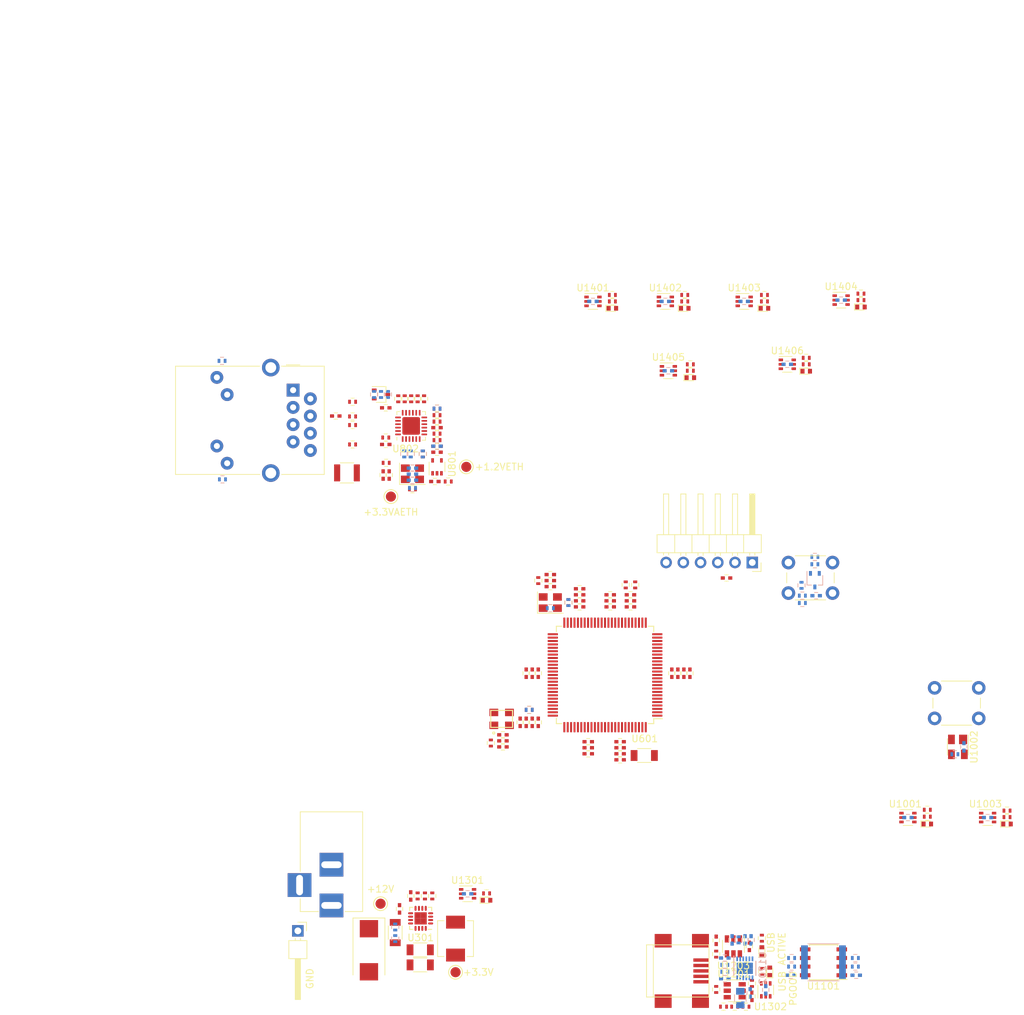
<source format=kicad_pcb>
(kicad_pcb (version 20171130) (host pcbnew "(5.1.4)-1")
  (layers (0 F.Cu signal) (31 B.Cu signal) (34 B.Paste user) (35 F.Paste user) (36 B.SilkS user) (37 F.SilkS user) (38 B.Mask user) (39 F.Mask user) (44 Edge.Cuts user))
  (net 0 "")
  (net 1 +12V)
  (net 2 GND)
  (net 3 "Net-(C302-Pad1)")
  (net 4 +3V3)
  (net 5 "Net-(C402-Pad1)")
  (net 6 GNDA)
  (net 7 "Net-(C701-Pad1)")
  (net 8 "Net-(C702-Pad1)")
  (net 9 "Net-(C802-Pad1)")
  (net 10 +1.2V_ETH)
  (net 11 +3.3VA_ETH)
  (net 12 GND_USB)
  (net 13 +5V_USB)
  (net 14 "Net-(C1201-Pad1)")
  (net 15 "Net-(C1207-Pad1)")
  (net 16 "/USB UART Bridge/CONN_USB+")
  (net 17 "/USB UART Bridge/CONN_USB-")
  (net 18 "Net-(C1210-Pad1)")
  (net 19 "Net-(D1001-Pad2)")
  (net 20 "Net-(D1001-Pad1)")
  (net 21 "Net-(D1002-Pad2)")
  (net 22 "Net-(D1002-Pad1)")
  (net 23 ~USB_ACTIVE)
  (net 24 "Net-(D1201-Pad2)")
  (net 25 "Net-(D1301-Pad2)")
  (net 26 "Net-(D1301-Pad1)")
  (net 27 "Net-(D1302-Pad2)")
  (net 28 "Net-(D1302-Pad1)")
  (net 29 "Net-(D1401-Pad1)")
  (net 30 "Net-(D1401-Pad2)")
  (net 31 "Net-(D1402-Pad1)")
  (net 32 "Net-(D1402-Pad2)")
  (net 33 "Net-(D1403-Pad2)")
  (net 34 "Net-(D1403-Pad1)")
  (net 35 "Net-(D1404-Pad2)")
  (net 36 "Net-(D1404-Pad1)")
  (net 37 "Net-(D1405-Pad1)")
  (net 38 "Net-(D1405-Pad2)")
  (net 39 "Net-(D1406-Pad1)")
  (net 40 "Net-(D1406-Pad2)")
  (net 41 "Net-(J401-Pad6)")
  (net 42 ICSPCLK)
  (net 43 ICSPDAT)
  (net 44 ~MCLR)
  (net 45 ETH_MAG_TX+)
  (net 46 ETH_MAG_TX-)
  (net 47 ETH_MAG_RX+)
  (net 48 ETH_MAG_RX-)
  (net 49 "Net-(J901-PadR7)")
  (net 50 PHY_LED2)
  (net 51 "Net-(J901-PadL2)")
  (net 52 PHY_LED1)
  (net 53 "Net-(J901-PadL4)")
  (net 54 "Net-(J901-Pad13)")
  (net 55 "Net-(J1201-Pad1)")
  (net 56 "Net-(J1201-Pad4)")
  (net 57 "Net-(J1201-Pad6)")
  (net 58 "Net-(L301-Pad1)")
  (net 59 +3.3VA)
  (net 60 "Net-(Q401-Pad1)")
  (net 61 "Net-(Q401-Pad3)")
  (net 62 "Net-(Q801-Pad3)")
  (net 63 "Net-(Q801-Pad1)")
  (net 64 POS3P3_PGOOD)
  (net 65 "Net-(R302-Pad2)")
  (net 66 POS1P2_RUN)
  (net 67 "Net-(R305-Pad2)")
  (net 68 "Net-(R401-Pad1)")
  (net 69 MCU_POSC_Enable)
  (net 70 MCU_POSC)
  (net 71 "Net-(R702-Pad1)")
  (net 72 MCU_SOSC)
  (net 73 "Net-(R703-Pad1)")
  (net 74 ETH_PHY_RESET)
  (net 75 ETH_PHY_CLKIN_EN)
  (net 76 ETH_PHY_CLKIN)
  (net 77 "Net-(R805-Pad1)")
  (net 78 ETH_RMII_MDCIO)
  (net 79 "Net-(R808-Pad1)")
  (net 80 ETH_RMII_TXD0)
  (net 81 ETH_RMII_TXD1)
  (net 82 "Net-(R809-Pad1)")
  (net 83 "Net-(R810-Pad1)")
  (net 84 ETH_RMII_TXEN)
  (net 85 ETH_RMII_RXD0)
  (net 86 "Net-(R811-Pad1)")
  (net 87 "Net-(R812-Pad1)")
  (net 88 ETH_RMII_RXD1)
  (net 89 ETH_RMII_RXERR)
  (net 90 "Net-(R813-Pad1)")
  (net 91 "Net-(R814-Pad1)")
  (net 92 ETH_RMII_CRSDV)
  (net 93 "Net-(R815-Pad1)")
  (net 94 ETH_RMII_MDC)
  (net 95 "Net-(R816-Pad1)")
  (net 96 ETH_RMII_REFCLK)
  (net 97 "Net-(R817-Pad1)")
  (net 98 "Net-(R818-Pad1)")
  (net 99 GPIO_LED_1)
  (net 100 GPIO_LED_2)
  (net 101 ~GPIO_SW)
  (net 102 USB_UART_RX)
  (net 103 USB_UART_TX)
  (net 104 USB_UART_TX_ISO)
  (net 105 USB_UART_RX_ISO)
  (net 106 "Net-(R1202-Pad2)")
  (net 107 "Net-(R1203-Pad2)")
  (net 108 POS5_USB_PGOOD)
  (net 109 "/USB UART Bridge/BRIDGE_USB+")
  (net 110 "/USB UART Bridge/BRIDGE_USB-")
  (net 111 Heartbeat_LED)
  (net 112 Reset_LED)
  (net 113 CPU_Exception_LED)
  (net 114 USB_Error_LED)
  (net 115 Other_Error_LED)
  (net 116 ETH_Error_LED)
  (net 117 "Net-(SW1001-Pad2)")
  (net 118 "Net-(U601-Pad1)")
  (net 119 "Net-(U601-Pad2)")
  (net 120 "Net-(U601-Pad4)")
  (net 121 "Net-(U601-Pad5)")
  (net 122 "Net-(U601-Pad6)")
  (net 123 "Net-(U601-Pad7)")
  (net 124 "Net-(U601-Pad8)")
  (net 125 "Net-(U601-Pad9)")
  (net 126 "Net-(U601-Pad10)")
  (net 127 "Net-(U601-Pad11)")
  (net 128 "Net-(U601-Pad18)")
  (net 129 "Net-(U601-Pad19)")
  (net 130 "Net-(U601-Pad20)")
  (net 131 "Net-(U601-Pad21)")
  (net 132 "Net-(U601-Pad22)")
  (net 133 "Net-(U601-Pad23)")
  (net 134 "Net-(U601-Pad24)")
  (net 135 "Net-(U601-Pad25)")
  (net 136 "Net-(U601-Pad28)")
  (net 137 "Net-(U601-Pad29)")
  (net 138 "Net-(U601-Pad32)")
  (net 139 "Net-(U601-Pad33)")
  (net 140 "Net-(U601-Pad34)")
  (net 141 "Net-(U601-Pad39)")
  (net 142 "Net-(U601-Pad40)")
  (net 143 "Net-(U601-Pad51)")
  (net 144 "Net-(U601-Pad54)")
  (net 145 "Net-(U601-Pad55)")
  (net 146 "Net-(U601-Pad56)")
  (net 147 "Net-(U601-Pad57)")
  (net 148 "Net-(U601-Pad58)")
  (net 149 "Net-(U601-Pad60)")
  (net 150 "Net-(U601-Pad61)")
  (net 151 "Net-(U601-Pad64)")
  (net 152 "Net-(U601-Pad65)")
  (net 153 "Net-(U601-Pad66)")
  (net 154 "Net-(U601-Pad67)")
  (net 155 "Net-(U601-Pad68)")
  (net 156 "Net-(U601-Pad69)")
  (net 157 "Net-(U601-Pad72)")
  (net 158 "Net-(U601-Pad76)")
  (net 159 "Net-(U601-Pad78)")
  (net 160 "Net-(U601-Pad79)")
  (net 161 "Net-(U601-Pad80)")
  (net 162 "Net-(U601-Pad81)")
  (net 163 "Net-(U601-Pad82)")
  (net 164 "Net-(U601-Pad87)")
  (net 165 "Net-(U601-Pad88)")
  (net 166 "Net-(U601-Pad89)")
  (net 167 "Net-(U601-Pad90)")
  (net 168 "Net-(U601-Pad95)")
  (net 169 "Net-(U601-Pad96)")
  (net 170 "Net-(U601-Pad97)")
  (net 171 "Net-(U801-Pad4)")
  (net 172 "Net-(U802-Pad4)")
  (net 173 "Net-(U1202-Pad8)")
  (net 174 "Net-(U1202-Pad11)")
  (module Capacitors_SMD:C_2220 (layer B.Cu) (at 254.0635 141.7955 180)
    (fp_text reference C1102 hide)
    (fp_text value 0.56uF)
    (pad 1 smd rect (at -2.8 0 180) (size 1 5) (layers B.Cu B.Paste B.Mask) (net 2 GND))
    (pad 2 smd rect (at 2.8 0 180) (size 1 5) (layers B.Cu B.Paste B.Mask) (net 12 GND_USB))
  )
  (module Capacitors_Tantalum_SMD:CP_Tantalum_Case-X_EIA-7343-43_Reflow (layer F.Cu) (at 187.071 140.0175 270)
    (fp_text reference C201 hide)
    (fp_text value 100uF)
    (pad 1 smd rect (at -3.175 0 270) (size 2.55 2.7) (layers F.Cu F.Paste F.Mask) (net 1 +12V))
    (pad 2 smd rect (at 3.175 0 270) (size 2.55 2.7) (layers F.Cu F.Paste F.Mask) (net 2 GND))
  )
  (module Capacitors_SMD:C_1206 (layer F.Cu) (at 190.9445 137.414 270)
    (fp_text reference C301 hide)
    (fp_text value 10uF)
    (pad 2 smd rect (at 1.5 0 270) (size 1 1.6) (layers F.Cu F.Paste F.Mask) (net 2 GND))
    (pad 1 smd rect (at -1.5 0 270) (size 1 1.6) (layers F.Cu F.Paste F.Mask) (net 1 +12V))
  )
  (module Capacitors_SMD:C_0402 (layer F.Cu) (at 193.2305 132.0165 90)
    (fp_text reference C302 hide)
    (fp_text value 10nF)
    (pad 1 smd rect (at -0.55 0 90) (size 0.6 0.5) (layers F.Cu F.Paste F.Mask) (net 3 "Net-(C302-Pad1)"))
    (pad 2 smd rect (at 0.55 0 90) (size 0.6 0.5) (layers F.Cu F.Paste F.Mask) (net 2 GND))
  )
  (module Capacitors_SMD:C_0402 (layer F.Cu) (at 191.5795 133.9215 90)
    (fp_text reference C303 hide)
    (fp_text value 0.1uF)
    (pad 2 smd rect (at 0.55 0 90) (size 0.6 0.5) (layers F.Cu F.Paste F.Mask) (net 2 GND))
    (pad 1 smd rect (at -0.55 0 90) (size 0.6 0.5) (layers F.Cu F.Paste F.Mask) (net 1 +12V))
  )
  (module Capacitors_SMD:C_1206 (layer F.Cu) (at 194.6275 142.1765 180)
    (fp_text reference C304 hide)
    (fp_text value 22uF)
    (pad 1 smd rect (at -1.5 0 180) (size 1 1.6) (layers F.Cu F.Paste F.Mask) (net 4 +3V3))
    (pad 2 smd rect (at 1.5 0 180) (size 1 1.6) (layers F.Cu F.Paste F.Mask) (net 2 GND))
  )
  (module Capacitors_SMD:C_1206 (layer F.Cu) (at 194.6275 139.954 180)
    (fp_text reference C305 hide)
    (fp_text value 22uF)
    (pad 2 smd rect (at 1.5 0 180) (size 1 1.6) (layers F.Cu F.Paste F.Mask) (net 2 GND))
    (pad 1 smd rect (at -1.5 0 180) (size 1 1.6) (layers F.Cu F.Paste F.Mask) (net 4 +3V3))
  )
  (module Capacitors_SMD:C_0402 (layer F.Cu) (at 239.776 85.1535 180)
    (fp_text reference C401 hide)
    (fp_text value 0.1uF)
    (pad 2 smd rect (at 0.55 0 180) (size 0.6 0.5) (layers F.Cu F.Paste F.Mask) (net 2 GND))
    (pad 1 smd rect (at -0.55 0 180) (size 0.6 0.5) (layers F.Cu F.Paste F.Mask) (net 4 +3V3))
  )
  (module Capacitors_SMD:C_0402 (layer B.Cu) (at 252.984 87.757)
    (fp_text reference C402 hide)
    (fp_text value 0.1uF)
    (pad 1 smd rect (at -0.55 0) (size 0.6 0.5) (layers B.Cu B.Paste B.Mask) (net 5 "Net-(C402-Pad1)"))
    (pad 2 smd rect (at 0.55 0) (size 0.6 0.5) (layers B.Cu B.Paste B.Mask) (net 2 GND))
  )
  (module Capacitors_SMD:C_1206 (layer F.Cu) (at 227.6475 111.3155)
    (fp_text reference C501 hide)
    (fp_text value 22uF)
    (pad 1 smd rect (at -1.5 0) (size 1 1.6) (layers F.Cu F.Paste F.Mask) (net 4 +3V3))
    (pad 2 smd rect (at 1.5 0) (size 1 1.6) (layers F.Cu F.Paste F.Mask) (net 2 GND))
  )
  (module Capacitors_SMD:C_0402 (layer F.Cu) (at 224.0915 111.0615 180)
    (fp_text reference C502 hide)
    (fp_text value 0.1uF)
    (pad 2 smd rect (at 0.55 0 180) (size 0.6 0.5) (layers F.Cu F.Paste F.Mask) (net 2 GND))
    (pad 1 smd rect (at -0.55 0 180) (size 0.6 0.5) (layers F.Cu F.Paste F.Mask) (net 4 +3V3))
  )
  (module Capacitors_SMD:C_0402 (layer F.Cu) (at 219.3925 111.0615)
    (fp_text reference C503 hide)
    (fp_text value 0.1uF)
    (pad 2 smd rect (at 0.55 0) (size 0.6 0.5) (layers F.Cu F.Paste F.Mask) (net 2 GND))
    (pad 1 smd rect (at -0.55 0) (size 0.6 0.5) (layers F.Cu F.Paste F.Mask) (net 4 +3V3))
  )
  (module Capacitors_SMD:C_0402 (layer F.Cu) (at 218.1225 86.741)
    (fp_text reference C504 hide)
    (fp_text value 10uF)
    (pad 2 smd rect (at 0.55 0) (size 0.6 0.5) (layers F.Cu F.Paste F.Mask) (net 2 GND))
    (pad 1 smd rect (at -0.55 0) (size 0.6 0.5) (layers F.Cu F.Paste F.Mask) (net 4 +3V3))
  )
  (module Capacitors_SMD:C_0402 (layer F.Cu) (at 224.0915 110.1725 180)
    (fp_text reference C505 hide)
    (fp_text value 10nF)
    (pad 2 smd rect (at 0.55 0 180) (size 0.6 0.5) (layers F.Cu F.Paste F.Mask) (net 2 GND))
    (pad 1 smd rect (at -0.55 0 180) (size 0.6 0.5) (layers F.Cu F.Paste F.Mask) (net 4 +3V3))
  )
  (module Capacitors_SMD:C_0402 (layer F.Cu) (at 219.3925 110.1725)
    (fp_text reference C506 hide)
    (fp_text value 10nF)
    (pad 1 smd rect (at -0.55 0) (size 0.6 0.5) (layers F.Cu F.Paste F.Mask) (net 4 +3V3))
    (pad 2 smd rect (at 0.55 0) (size 0.6 0.5) (layers F.Cu F.Paste F.Mask) (net 2 GND))
  )
  (module Capacitors_SMD:C_0402 (layer F.Cu) (at 224.0915 109.2835 180)
    (fp_text reference C507 hide)
    (fp_text value 1nF)
    (pad 1 smd rect (at -0.55 0 180) (size 0.6 0.5) (layers F.Cu F.Paste F.Mask) (net 4 +3V3))
    (pad 2 smd rect (at 0.55 0 180) (size 0.6 0.5) (layers F.Cu F.Paste F.Mask) (net 2 GND))
  )
  (module Capacitors_SMD:C_0402 (layer F.Cu) (at 219.3925 109.2835)
    (fp_text reference C508 hide)
    (fp_text value 1nF)
    (pad 1 smd rect (at -0.55 0) (size 0.6 0.5) (layers F.Cu F.Paste F.Mask) (net 4 +3V3))
    (pad 2 smd rect (at 0.55 0) (size 0.6 0.5) (layers F.Cu F.Paste F.Mask) (net 2 GND))
  )
  (module Capacitors_SMD:C_0402 (layer F.Cu) (at 210.2485 106.426 270)
    (fp_text reference C509 hide)
    (fp_text value 0.1uF)
    (pad 1 smd rect (at -0.55 0 270) (size 0.6 0.5) (layers F.Cu F.Paste F.Mask) (net 4 +3V3))
    (pad 2 smd rect (at 0.55 0 270) (size 0.6 0.5) (layers F.Cu F.Paste F.Mask) (net 2 GND))
  )
  (module Capacitors_SMD:C_0402 (layer F.Cu) (at 210.2485 99.187 270)
    (fp_text reference C510 hide)
    (fp_text value 0.1uF)
    (pad 2 smd rect (at 0.55 0 270) (size 0.6 0.5) (layers F.Cu F.Paste F.Mask) (net 2 GND))
    (pad 1 smd rect (at -0.55 0 270) (size 0.6 0.5) (layers F.Cu F.Paste F.Mask) (net 4 +3V3))
  )
  (module Capacitors_SMD:C_0402 (layer F.Cu) (at 209.3595 106.426 270)
    (fp_text reference C511 hide)
    (fp_text value 10uF)
    (pad 1 smd rect (at -0.55 0 270) (size 0.6 0.5) (layers F.Cu F.Paste F.Mask) (net 4 +3V3))
    (pad 2 smd rect (at 0.55 0 270) (size 0.6 0.5) (layers F.Cu F.Paste F.Mask) (net 2 GND))
  )
  (module Capacitors_SMD:C_0402 (layer F.Cu) (at 211.1375 106.426 270)
    (fp_text reference C512 hide)
    (fp_text value 10nF)
    (pad 1 smd rect (at -0.55 0 270) (size 0.6 0.5) (layers F.Cu F.Paste F.Mask) (net 4 +3V3))
    (pad 2 smd rect (at 0.55 0 270) (size 0.6 0.5) (layers F.Cu F.Paste F.Mask) (net 2 GND))
  )
  (module Capacitors_SMD:C_0402 (layer F.Cu) (at 211.1375 99.187 270)
    (fp_text reference C513 hide)
    (fp_text value 10nF)
    (pad 1 smd rect (at -0.55 0 270) (size 0.6 0.5) (layers F.Cu F.Paste F.Mask) (net 4 +3V3))
    (pad 2 smd rect (at 0.55 0 270) (size 0.6 0.5) (layers F.Cu F.Paste F.Mask) (net 2 GND))
  )
  (module Capacitors_SMD:C_0402 (layer F.Cu) (at 212.0265 106.426 270)
    (fp_text reference C514 hide)
    (fp_text value 1nF)
    (pad 1 smd rect (at -0.55 0 270) (size 0.6 0.5) (layers F.Cu F.Paste F.Mask) (net 4 +3V3))
    (pad 2 smd rect (at 0.55 0 270) (size 0.6 0.5) (layers F.Cu F.Paste F.Mask) (net 2 GND))
  )
  (module Capacitors_SMD:C_0402 (layer F.Cu) (at 212.0265 99.187 270)
    (fp_text reference C515 hide)
    (fp_text value 1nF)
    (pad 1 smd rect (at -0.55 0 270) (size 0.6 0.5) (layers F.Cu F.Paste F.Mask) (net 4 +3V3))
    (pad 2 smd rect (at 0.55 0 270) (size 0.6 0.5) (layers F.Cu F.Paste F.Mask) (net 2 GND))
  )
  (module Capacitors_SMD:C_0402 (layer F.Cu) (at 218.1225 87.63)
    (fp_text reference C516 hide)
    (fp_text value 0.1uF)
    (pad 2 smd rect (at 0.55 0) (size 0.6 0.5) (layers F.Cu F.Paste F.Mask) (net 2 GND))
    (pad 1 smd rect (at -0.55 0) (size 0.6 0.5) (layers F.Cu F.Paste F.Mask) (net 4 +3V3))
  )
  (module Capacitors_SMD:C_0402 (layer F.Cu) (at 222.631 87.63)
    (fp_text reference C517 hide)
    (fp_text value 0.1uF)
    (pad 1 smd rect (at -0.55 0) (size 0.6 0.5) (layers F.Cu F.Paste F.Mask) (net 4 +3V3))
    (pad 2 smd rect (at 0.55 0) (size 0.6 0.5) (layers F.Cu F.Paste F.Mask) (net 2 GND))
  )
  (module Capacitors_SMD:C_0402 (layer F.Cu) (at 234.3785 99.187 270)
    (fp_text reference C518 hide)
    (fp_text value 10uF)
    (pad 2 smd rect (at 0.55 0 270) (size 0.6 0.5) (layers F.Cu F.Paste F.Mask) (net 2 GND))
    (pad 1 smd rect (at -0.55 0 270) (size 0.6 0.5) (layers F.Cu F.Paste F.Mask) (net 4 +3V3))
  )
  (module Capacitors_SMD:C_0402 (layer F.Cu) (at 218.1225 88.519)
    (fp_text reference C519 hide)
    (fp_text value 10nF)
    (pad 1 smd rect (at -0.55 0) (size 0.6 0.5) (layers F.Cu F.Paste F.Mask) (net 4 +3V3))
    (pad 2 smd rect (at 0.55 0) (size 0.6 0.5) (layers F.Cu F.Paste F.Mask) (net 2 GND))
  )
  (module Capacitors_SMD:C_0402 (layer F.Cu) (at 222.631 88.519)
    (fp_text reference C520 hide)
    (fp_text value 10nF)
    (pad 1 smd rect (at -0.55 0) (size 0.6 0.5) (layers F.Cu F.Paste F.Mask) (net 4 +3V3))
    (pad 2 smd rect (at 0.55 0) (size 0.6 0.5) (layers F.Cu F.Paste F.Mask) (net 2 GND))
  )
  (module Capacitors_SMD:C_0402 (layer F.Cu) (at 218.1225 89.408)
    (fp_text reference C521 hide)
    (fp_text value 1nF)
    (pad 1 smd rect (at -0.55 0) (size 0.6 0.5) (layers F.Cu F.Paste F.Mask) (net 4 +3V3))
    (pad 2 smd rect (at 0.55 0) (size 0.6 0.5) (layers F.Cu F.Paste F.Mask) (net 2 GND))
  )
  (module Capacitors_SMD:C_0402 (layer F.Cu) (at 222.631 89.408)
    (fp_text reference C522 hide)
    (fp_text value 1nF)
    (pad 1 smd rect (at -0.55 0) (size 0.6 0.5) (layers F.Cu F.Paste F.Mask) (net 4 +3V3))
    (pad 2 smd rect (at 0.55 0) (size 0.6 0.5) (layers F.Cu F.Paste F.Mask) (net 2 GND))
  )
  (module Capacitors_SMD:C_0402 (layer F.Cu) (at 233.4895 99.187 270)
    (fp_text reference C523 hide)
    (fp_text value 0.1uF)
    (pad 2 smd rect (at 0.55 0 270) (size 0.6 0.5) (layers F.Cu F.Paste F.Mask) (net 2 GND))
    (pad 1 smd rect (at -0.55 0 270) (size 0.6 0.5) (layers F.Cu F.Paste F.Mask) (net 4 +3V3))
  )
  (module Capacitors_SMD:C_0402 (layer F.Cu) (at 225.6155 87.63 180)
    (fp_text reference C524 hide)
    (fp_text value 0.1uF)
    (pad 2 smd rect (at 0.55 0 180) (size 0.6 0.5) (layers F.Cu F.Paste F.Mask) (net 6 GNDA))
    (pad 1 smd rect (at -0.55 0 180) (size 0.6 0.5) (layers F.Cu F.Paste F.Mask) (net 59 +3.3VA))
  )
  (module Capacitors_SMD:C_0402 (layer F.Cu) (at 224.0915 111.9505 180)
    (fp_text reference C525 hide)
    (fp_text value 10uF)
    (pad 1 smd rect (at -0.55 0 180) (size 0.6 0.5) (layers F.Cu F.Paste F.Mask) (net 4 +3V3))
    (pad 2 smd rect (at 0.55 0 180) (size 0.6 0.5) (layers F.Cu F.Paste F.Mask) (net 2 GND))
  )
  (module Capacitors_SMD:C_0402 (layer F.Cu) (at 232.6005 99.187 270)
    (fp_text reference C526 hide)
    (fp_text value 10nF)
    (pad 2 smd rect (at 0.55 0 270) (size 0.6 0.5) (layers F.Cu F.Paste F.Mask) (net 2 GND))
    (pad 1 smd rect (at -0.55 0 270) (size 0.6 0.5) (layers F.Cu F.Paste F.Mask) (net 4 +3V3))
  )
  (module Capacitors_SMD:C_0402 (layer F.Cu) (at 225.6155 88.519 180)
    (fp_text reference C527 hide)
    (fp_text value 10nF)
    (pad 1 smd rect (at -0.55 0 180) (size 0.6 0.5) (layers F.Cu F.Paste F.Mask) (net 59 +3.3VA))
    (pad 2 smd rect (at 0.55 0 180) (size 0.6 0.5) (layers F.Cu F.Paste F.Mask) (net 6 GNDA))
  )
  (module Capacitors_SMD:C_0402 (layer F.Cu) (at 231.7115 99.187 270)
    (fp_text reference C528 hide)
    (fp_text value 1nF)
    (pad 1 smd rect (at -0.55 0 270) (size 0.6 0.5) (layers F.Cu F.Paste F.Mask) (net 4 +3V3))
    (pad 2 smd rect (at 0.55 0 270) (size 0.6 0.5) (layers F.Cu F.Paste F.Mask) (net 2 GND))
  )
  (module Capacitors_SMD:C_0402 (layer F.Cu) (at 225.6155 89.408 180)
    (fp_text reference C529 hide)
    (fp_text value 1nF)
    (pad 1 smd rect (at -0.55 0 180) (size 0.6 0.5) (layers F.Cu F.Paste F.Mask) (net 59 +3.3VA))
    (pad 2 smd rect (at 0.55 0 180) (size 0.6 0.5) (layers F.Cu F.Paste F.Mask) (net 6 GNDA))
  )
  (module Capacitors_SMD:C_0402 (layer F.Cu) (at 213.8045 84.6455)
    (fp_text reference C701 hide)
    (fp_text value 0.1uF)
    (pad 1 smd rect (at -0.55 0) (size 0.6 0.5) (layers F.Cu F.Paste F.Mask) (net 7 "Net-(C701-Pad1)"))
    (pad 2 smd rect (at 0.55 0) (size 0.6 0.5) (layers F.Cu F.Paste F.Mask) (net 2 GND))
  )
  (module Capacitors_SMD:C_0402 (layer F.Cu) (at 206.8195 110.0455)
    (fp_text reference C702 hide)
    (fp_text value 0.1uF)
    (pad 2 smd rect (at 0.55 0) (size 0.6 0.5) (layers F.Cu F.Paste F.Mask) (net 2 GND))
    (pad 1 smd rect (at -0.55 0) (size 0.6 0.5) (layers F.Cu F.Paste F.Mask) (net 8 "Net-(C702-Pad1)"))
  )
  (module Capacitors_SMD:C_0402 (layer F.Cu) (at 213.8045 85.5345)
    (fp_text reference C703 hide)
    (fp_text value 10nF)
    (pad 1 smd rect (at -0.55 0) (size 0.6 0.5) (layers F.Cu F.Paste F.Mask) (net 7 "Net-(C701-Pad1)"))
    (pad 2 smd rect (at 0.55 0) (size 0.6 0.5) (layers F.Cu F.Paste F.Mask) (net 2 GND))
  )
  (module Capacitors_SMD:C_0402 (layer F.Cu) (at 206.8195 109.1565)
    (fp_text reference C704 hide)
    (fp_text value 10nF)
    (pad 2 smd rect (at 0.55 0) (size 0.6 0.5) (layers F.Cu F.Paste F.Mask) (net 2 GND))
    (pad 1 smd rect (at -0.55 0) (size 0.6 0.5) (layers F.Cu F.Paste F.Mask) (net 8 "Net-(C702-Pad1)"))
  )
  (module Capacitors_SMD:C_0402 (layer F.Cu) (at 213.8045 86.4235)
    (fp_text reference C705 hide)
    (fp_text value 1nF)
    (pad 2 smd rect (at 0.55 0) (size 0.6 0.5) (layers F.Cu F.Paste F.Mask) (net 2 GND))
    (pad 1 smd rect (at -0.55 0) (size 0.6 0.5) (layers F.Cu F.Paste F.Mask) (net 7 "Net-(C701-Pad1)"))
  )
  (module Capacitors_SMD:C_0402 (layer F.Cu) (at 206.8195 108.2675)
    (fp_text reference C706 hide)
    (fp_text value 1nF)
    (pad 1 smd rect (at -0.55 0) (size 0.6 0.5) (layers F.Cu F.Paste F.Mask) (net 8 "Net-(C702-Pad1)"))
    (pad 2 smd rect (at 0.55 0) (size 0.6 0.5) (layers F.Cu F.Paste F.Mask) (net 2 GND))
  )
  (module Capacitors_SMD:C_0402 (layer F.Cu) (at 196.7865 70.9295)
    (fp_text reference C801 hide)
    (fp_text value 10uF)
    (pad 1 smd rect (at -0.55 0) (size 0.6 0.5) (layers F.Cu F.Paste F.Mask) (net 4 +3V3))
    (pad 2 smd rect (at 0.55 0) (size 0.6 0.5) (layers F.Cu F.Paste F.Mask) (net 2 GND))
  )
  (module Capacitors_SMD:C_0402 (layer B.Cu) (at 193.4845 70.739)
    (fp_text reference C802 hide)
    (fp_text value 0.1uF)
    (pad 2 smd rect (at 0.55 0) (size 0.6 0.5) (layers B.Cu B.Paste B.Mask) (net 2 GND))
    (pad 1 smd rect (at -0.55 0) (size 0.6 0.5) (layers B.Cu B.Paste B.Mask) (net 9 "Net-(C802-Pad1)"))
  )
  (module Capacitors_SMD:C_0402 (layer B.Cu) (at 193.4845 69.85)
    (fp_text reference C803 hide)
    (fp_text value 10nF)
    (pad 2 smd rect (at 0.55 0) (size 0.6 0.5) (layers B.Cu B.Paste B.Mask) (net 2 GND))
    (pad 1 smd rect (at -0.55 0) (size 0.6 0.5) (layers B.Cu B.Paste B.Mask) (net 9 "Net-(C802-Pad1)"))
  )
  (module Capacitors_SMD:C_0402 (layer F.Cu) (at 197.104 66.6115)
    (fp_text reference C804 hide)
    (fp_text value 10uF)
    (pad 2 smd rect (at 0.55 0) (size 0.6 0.5) (layers F.Cu F.Paste F.Mask) (net 2 GND))
    (pad 1 smd rect (at -0.55 0) (size 0.6 0.5) (layers F.Cu F.Paste F.Mask) (net 10 +1.2V_ETH))
  )
  (module Capacitors_SMD:C_0402 (layer B.Cu) (at 193.4845 68.961)
    (fp_text reference C805 hide)
    (fp_text value 1nF)
    (pad 1 smd rect (at -0.55 0) (size 0.6 0.5) (layers B.Cu B.Paste B.Mask) (net 9 "Net-(C802-Pad1)"))
    (pad 2 smd rect (at 0.55 0) (size 0.6 0.5) (layers B.Cu B.Paste B.Mask) (net 2 GND))
  )
  (module Capacitors_SMD:C_0402 (layer F.Cu) (at 189.1665 69.977 270)
    (fp_text reference C806 hide)
    (fp_text value 10uF)
    (pad 2 smd rect (at 0.55 0 270) (size 0.6 0.5) (layers F.Cu F.Paste F.Mask) (net 2 GND))
    (pad 1 smd rect (at -0.55 0 270) (size 0.6 0.5) (layers F.Cu F.Paste F.Mask) (net 4 +3V3))
  )
  (module Capacitors_SMD:C_0402 (layer F.Cu) (at 190.0555 69.977 270)
    (fp_text reference C807 hide)
    (fp_text value 10uF)
    (pad 1 smd rect (at -0.55 0 270) (size 0.6 0.5) (layers F.Cu F.Paste F.Mask) (net 11 +3.3VA_ETH))
    (pad 2 smd rect (at 0.55 0 270) (size 0.6 0.5) (layers F.Cu F.Paste F.Mask) (net 2 GND))
  )
  (module Capacitors_SMD:C_0402 (layer F.Cu) (at 197.104 62.992)
    (fp_text reference C808 hide)
    (fp_text value 10nF)
    (pad 1 smd rect (at -0.55 0) (size 0.6 0.5) (layers F.Cu F.Paste F.Mask) (net 4 +3V3))
    (pad 2 smd rect (at 0.55 0) (size 0.6 0.5) (layers F.Cu F.Paste F.Mask) (net 2 GND))
  )
  (module Capacitors_SMD:C_0402 (layer B.Cu) (at 197.104 65.7225)
    (fp_text reference C809 hide)
    (fp_text value 1uF)
    (pad 2 smd rect (at 0.55 0) (size 0.6 0.5) (layers B.Cu B.Paste B.Mask) (net 2 GND))
    (pad 1 smd rect (at -0.55 0) (size 0.6 0.5) (layers B.Cu B.Paste B.Mask) (net 10 +1.2V_ETH))
  )
  (module Capacitors_SMD:C_0402 (layer F.Cu) (at 189.5475 60.071 180)
    (fp_text reference C810 hide)
    (fp_text value 10nF)
    (pad 1 smd rect (at -0.55 0 180) (size 0.6 0.5) (layers F.Cu F.Paste F.Mask) (net 11 +3.3VA_ETH))
    (pad 2 smd rect (at 0.55 0 180) (size 0.6 0.5) (layers F.Cu F.Paste F.Mask) (net 2 GND))
  )
  (module Capacitors_SMD:C_0402 (layer F.Cu) (at 189.5475 65.4685 180)
    (fp_text reference C811 hide)
    (fp_text value 10nF)
    (pad 2 smd rect (at 0.55 0 180) (size 0.6 0.5) (layers F.Cu F.Paste F.Mask) (net 2 GND))
    (pad 1 smd rect (at -0.55 0 180) (size 0.6 0.5) (layers F.Cu F.Paste F.Mask) (net 11 +3.3VA_ETH))
  )
  (module Capacitors_SMD:C_0402 (layer F.Cu) (at 197.104 65.7225)
    (fp_text reference C812 hide)
    (fp_text value 470pF)
    (pad 1 smd rect (at -0.55 0) (size 0.6 0.5) (layers F.Cu F.Paste F.Mask) (net 10 +1.2V_ETH))
    (pad 2 smd rect (at 0.55 0) (size 0.6 0.5) (layers F.Cu F.Paste F.Mask) (net 2 GND))
  )
  (module Capacitors_SMD:C_0402 (layer F.Cu) (at 182.1815 61.2775)
    (fp_text reference C901 hide)
    (fp_text value 0.022uF)
    (pad 1 smd rect (at -0.55 0) (size 0.6 0.5) (layers F.Cu F.Paste F.Mask) (net 11 +3.3VA_ETH))
    (pad 2 smd rect (at 0.55 0) (size 0.6 0.5) (layers F.Cu F.Paste F.Mask) (net 2 GND))
  )
  (module Capacitors_SMD:C_0402 (layer B.Cu) (at 266.5095 120.4595 180)
    (fp_text reference C1001 hide)
    (fp_text value 0.1uF)
    (pad 2 smd rect (at 0.55 0 180) (size 0.6 0.5) (layers B.Cu B.Paste B.Mask) (net 2 GND))
    (pad 1 smd rect (at -0.55 0 180) (size 0.6 0.5) (layers B.Cu B.Paste B.Mask) (net 4 +3V3))
  )
  (module Capacitors_SMD:C_0402 (layer B.Cu) (at 274.7645 110.0455 90)
    (fp_text reference C1002 hide)
    (fp_text value 0.1uF)
    (pad 2 smd rect (at 0.55 0 90) (size 0.6 0.5) (layers B.Cu B.Paste B.Mask) (net 2 GND))
    (pad 1 smd rect (at -0.55 0 90) (size 0.6 0.5) (layers B.Cu B.Paste B.Mask) (net 4 +3V3))
  )
  (module Capacitors_SMD:C_0402 (layer B.Cu) (at 278.257 120.4595 180)
    (fp_text reference C1003 hide)
    (fp_text value 0.1uF)
    (pad 1 smd rect (at -0.55 0 180) (size 0.6 0.5) (layers B.Cu B.Paste B.Mask) (net 4 +3V3))
    (pad 2 smd rect (at 0.55 0 180) (size 0.6 0.5) (layers B.Cu B.Paste B.Mask) (net 2 GND))
  )
  (module Capacitors_SMD:C_0402 (layer B.Cu) (at 258.8895 143.7005)
    (fp_text reference C1101 hide)
    (fp_text value 0.1uF)
    (pad 2 smd rect (at 0.55 0) (size 0.6 0.5) (layers B.Cu B.Paste B.Mask) (net 2 GND))
    (pad 1 smd rect (at -0.55 0) (size 0.6 0.5) (layers B.Cu B.Paste B.Mask) (net 4 +3V3))
  )
  (module Capacitors_SMD:C_0402 (layer B.Cu) (at 249.2375 143.7005 180)
    (fp_text reference C1103 hide)
    (fp_text value 0.1uF)
    (pad 1 smd rect (at -0.55 0 180) (size 0.6 0.5) (layers B.Cu B.Paste B.Mask) (net 13 +5V_USB))
    (pad 2 smd rect (at 0.55 0 180) (size 0.6 0.5) (layers B.Cu B.Paste B.Mask) (net 12 GND_USB))
  )
  (module Capacitors_SMD:C_0402 (layer B.Cu) (at 240.6015 138.4935 90)
    (fp_text reference C1201 hide)
    (fp_text value 0.1uF)
    (pad 2 smd rect (at 0.55 0 90) (size 0.6 0.5) (layers B.Cu B.Paste B.Mask) (net 12 GND_USB))
    (pad 1 smd rect (at -0.55 0 90) (size 0.6 0.5) (layers B.Cu B.Paste B.Mask) (net 14 "Net-(C1201-Pad1)"))
  )
  (module Capacitors_SMD:C_0402 (layer B.Cu) (at 243.3955 138.4935 90)
    (fp_text reference C1202 hide)
    (fp_text value 0.1uF)
    (pad 1 smd rect (at -0.55 0 90) (size 0.6 0.5) (layers B.Cu B.Paste B.Mask) (net 13 +5V_USB))
    (pad 2 smd rect (at 0.55 0 90) (size 0.6 0.5) (layers B.Cu B.Paste B.Mask) (net 12 GND_USB))
  )
  (module Capacitors_SMD:C_0402 (layer F.Cu) (at 243.5225 146.812 270)
    (fp_text reference C1203 hide)
    (fp_text value 0.1uF)
    (pad 1 smd rect (at -0.55 0 270) (size 0.6 0.5) (layers F.Cu F.Paste F.Mask) (net 13 +5V_USB))
    (pad 2 smd rect (at 0.55 0 270) (size 0.6 0.5) (layers F.Cu F.Paste F.Mask) (net 12 GND_USB))
  )
  (module Capacitors_SMD:C_0402 (layer B.Cu) (at 243.2685 146.304 270)
    (fp_text reference C1204 hide)
    (fp_text value 0.1uF)
    (pad 1 smd rect (at -0.55 0 270) (size 0.6 0.5) (layers B.Cu B.Paste B.Mask) (net 13 +5V_USB))
    (pad 2 smd rect (at 0.55 0 270) (size 0.6 0.5) (layers B.Cu B.Paste B.Mask) (net 12 GND_USB))
  )
  (module Capacitors_SMD:C_0805 (layer B.Cu) (at 241.808 147.066 270)
    (fp_text reference C1205 hide)
    (fp_text value 4.7uF)
    (pad 1 smd rect (at -1 0 270) (size 1 1.25) (layers B.Cu B.Paste B.Mask) (net 13 +5V_USB))
    (pad 2 smd rect (at 1 0 270) (size 1 1.25) (layers B.Cu B.Paste B.Mask) (net 12 GND_USB))
  )
  (module Capacitors_SMD:C_0402 (layer F.Cu) (at 243.1415 139.446 90)
    (fp_text reference C1206 hide)
    (fp_text value 0.1uF)
    (pad 2 smd rect (at 0.55 0 90) (size 0.6 0.5) (layers F.Cu F.Paste F.Mask) (net 12 GND_USB))
    (pad 1 smd rect (at -0.55 0 90) (size 0.6 0.5) (layers F.Cu F.Paste F.Mask) (net 13 +5V_USB))
  )
  (module Capacitors_SMD:C_0402 (layer B.Cu) (at 242.5065 138.4935 90)
    (fp_text reference C1207 hide)
    (fp_text value 0.1uF)
    (pad 2 smd rect (at 0.55 0 90) (size 0.6 0.5) (layers B.Cu B.Paste B.Mask) (net 12 GND_USB))
    (pad 1 smd rect (at -0.55 0 90) (size 0.6 0.5) (layers B.Cu B.Paste B.Mask) (net 15 "Net-(C1207-Pad1)"))
  )
  (module Capacitors_SMD:C_0402 (layer B.Cu) (at 239.522 144.2085)
    (fp_text reference C1208 hide)
    (fp_text value 47pF)
    (pad 2 smd rect (at 0.55 0) (size 0.6 0.5) (layers B.Cu B.Paste B.Mask) (net 12 GND_USB))
    (pad 1 smd rect (at -0.55 0) (size 0.6 0.5) (layers B.Cu B.Paste B.Mask) (net 16 "/USB UART Bridge/CONN_USB+"))
  )
  (module Capacitors_SMD:C_0402 (layer B.Cu) (at 239.522 141.1605)
    (fp_text reference C1209 hide)
    (fp_text value 47pF)
    (pad 2 smd rect (at 0.55 0) (size 0.6 0.5) (layers B.Cu B.Paste B.Mask) (net 12 GND_USB))
    (pad 1 smd rect (at -0.55 0) (size 0.6 0.5) (layers B.Cu B.Paste B.Mask) (net 17 "/USB UART Bridge/CONN_USB-"))
  )
  (module Capacitors_SMD:C_0402 (layer F.Cu) (at 238.252 138.557 90)
    (fp_text reference C1210 hide)
    (fp_text value 0.1uF)
    (pad 1 smd rect (at -0.55 0 90) (size 0.6 0.5) (layers F.Cu F.Paste F.Mask) (net 18 "Net-(C1210-Pad1)"))
    (pad 2 smd rect (at 0.55 0 90) (size 0.6 0.5) (layers F.Cu F.Paste F.Mask) (net 12 GND_USB))
  )
  (module Capacitors_SMD:C_0402 (layer B.Cu) (at 201.6125 131.699 180)
    (fp_text reference C1301 hide)
    (fp_text value 0.1uF)
    (pad 2 smd rect (at 0.55 0 180) (size 0.6 0.5) (layers B.Cu B.Paste B.Mask) (net 2 GND))
    (pad 1 smd rect (at -0.55 0 180) (size 0.6 0.5) (layers B.Cu B.Paste B.Mask) (net 4 +3V3))
  )
  (module Capacitors_SMD:C_0402 (layer B.Cu) (at 245.5545 145.8595 270)
    (fp_text reference C1302 hide)
    (fp_text value 0.1uF)
    (pad 1 smd rect (at -0.55 0 270) (size 0.6 0.5) (layers B.Cu B.Paste B.Mask) (net 13 +5V_USB))
    (pad 2 smd rect (at 0.55 0 270) (size 0.6 0.5) (layers B.Cu B.Paste B.Mask) (net 12 GND_USB))
  )
  (module Capacitors_SMD:C_0402 (layer B.Cu) (at 220.091 44.3865 180)
    (fp_text reference C1401 hide)
    (fp_text value 0.1uF)
    (pad 2 smd rect (at 0.55 0 180) (size 0.6 0.5) (layers B.Cu B.Paste B.Mask) (net 2 GND))
    (pad 1 smd rect (at -0.55 0 180) (size 0.6 0.5) (layers B.Cu B.Paste B.Mask) (net 4 +3V3))
  )
  (module Capacitors_SMD:C_0402 (layer B.Cu) (at 230.759 44.3865 180)
    (fp_text reference C1402 hide)
    (fp_text value 0.1uF)
    (pad 2 smd rect (at 0.55 0 180) (size 0.6 0.5) (layers B.Cu B.Paste B.Mask) (net 2 GND))
    (pad 1 smd rect (at -0.55 0 180) (size 0.6 0.5) (layers B.Cu B.Paste B.Mask) (net 4 +3V3))
  )
  (module Capacitors_SMD:C_0402 (layer B.Cu) (at 242.3795 44.3865 180)
    (fp_text reference C1403 hide)
    (fp_text value 0.1uF)
    (pad 2 smd rect (at 0.55 0 180) (size 0.6 0.5) (layers B.Cu B.Paste B.Mask) (net 2 GND))
    (pad 1 smd rect (at -0.55 0 180) (size 0.6 0.5) (layers B.Cu B.Paste B.Mask) (net 4 +3V3))
  )
  (module Capacitors_SMD:C_0402 (layer B.Cu) (at 256.667 44.196 180)
    (fp_text reference C1404 hide)
    (fp_text value 0.1uF)
    (pad 2 smd rect (at 0.55 0 180) (size 0.6 0.5) (layers B.Cu B.Paste B.Mask) (net 2 GND))
    (pad 1 smd rect (at -0.55 0 180) (size 0.6 0.5) (layers B.Cu B.Paste B.Mask) (net 4 +3V3))
  )
  (module Capacitors_SMD:C_0402 (layer B.Cu) (at 231.2035 54.61 180)
    (fp_text reference C1405 hide)
    (fp_text value 0.1uF)
    (pad 2 smd rect (at 0.55 0 180) (size 0.6 0.5) (layers B.Cu B.Paste B.Mask) (net 2 GND))
    (pad 1 smd rect (at -0.55 0 180) (size 0.6 0.5) (layers B.Cu B.Paste B.Mask) (net 4 +3V3))
  )
  (module Capacitors_SMD:C_0402 (layer B.Cu) (at 248.7295 53.6575 180)
    (fp_text reference C1406 hide)
    (fp_text value 0.1uF)
    (pad 2 smd rect (at 0.55 0 180) (size 0.6 0.5) (layers B.Cu B.Paste B.Mask) (net 2 GND))
    (pad 1 smd rect (at -0.55 0 180) (size 0.6 0.5) (layers B.Cu B.Paste B.Mask) (net 4 +3V3))
  )
  (module LEDs:LED_0402 (layer F.Cu) (at 269.367 121.412)
    (fp_text reference D1001 hide)
    (fp_text value Green)
    (pad 2 smd rect (at 0.55 0 180) (size 0.6 0.7) (layers F.Cu F.Paste F.Mask) (net 19 "Net-(D1001-Pad2)"))
    (pad 1 smd rect (at -0.55 0 180) (size 0.6 0.7) (layers F.Cu F.Paste F.Mask) (net 20 "Net-(D1001-Pad1)"))
  )
  (module LEDs:LED_0402 (layer F.Cu) (at 281.1145 121.412)
    (fp_text reference D1002 hide)
    (fp_text value Green)
    (pad 2 smd rect (at 0.55 0 180) (size 0.6 0.7) (layers F.Cu F.Paste F.Mask) (net 21 "Net-(D1002-Pad2)"))
    (pad 1 smd rect (at -0.55 0 180) (size 0.6 0.7) (layers F.Cu F.Paste F.Mask) (net 22 "Net-(D1002-Pad1)"))
  )
  (module LEDs:LED_0402 (layer F.Cu) (at 244.983 140.127999 90)
    (fp_text reference D1201 hide)
    (fp_text value Yellow)
    (pad 1 smd rect (at -0.55 0 270) (size 0.6 0.7) (layers F.Cu F.Paste F.Mask) (net 23 ~USB_ACTIVE))
    (pad 2 smd rect (at 0.55 0 270) (size 0.6 0.7) (layers F.Cu F.Paste F.Mask) (net 24 "Net-(D1201-Pad2)"))
  )
  (module LEDs:LED_0402 (layer F.Cu) (at 204.4065 132.6515)
    (fp_text reference D1301 hide)
    (fp_text value Green)
    (pad 2 smd rect (at 0.55 0 180) (size 0.6 0.7) (layers F.Cu F.Paste F.Mask) (net 25 "Net-(D1301-Pad2)"))
    (pad 1 smd rect (at -0.55 0 180) (size 0.6 0.7) (layers F.Cu F.Paste F.Mask) (net 26 "Net-(D1301-Pad1)"))
  )
  (module LEDs:LED_0402 (layer F.Cu) (at 246.146501 143.129 90)
    (fp_text reference D1302 hide)
    (fp_text value Green)
    (pad 2 smd rect (at 0.55 0 270) (size 0.6 0.7) (layers F.Cu F.Paste F.Mask) (net 27 "Net-(D1302-Pad2)"))
    (pad 1 smd rect (at -0.55 0 270) (size 0.6 0.7) (layers F.Cu F.Paste F.Mask) (net 28 "Net-(D1302-Pad1)"))
  )
  (module LEDs:LED_0402 (layer F.Cu) (at 222.9485 45.4025)
    (fp_text reference D1401 hide)
    (fp_text value Green)
    (pad 1 smd rect (at -0.55 0 180) (size 0.6 0.7) (layers F.Cu F.Paste F.Mask) (net 29 "Net-(D1401-Pad1)"))
    (pad 2 smd rect (at 0.55 0 180) (size 0.6 0.7) (layers F.Cu F.Paste F.Mask) (net 30 "Net-(D1401-Pad2)"))
  )
  (module LEDs:LED_0402 (layer F.Cu) (at 233.6165 45.4025)
    (fp_text reference D1402 hide)
    (fp_text value Red)
    (pad 1 smd rect (at -0.55 0 180) (size 0.6 0.7) (layers F.Cu F.Paste F.Mask) (net 31 "Net-(D1402-Pad1)"))
    (pad 2 smd rect (at 0.55 0 180) (size 0.6 0.7) (layers F.Cu F.Paste F.Mask) (net 32 "Net-(D1402-Pad2)"))
  )
  (module LEDs:LED_0402 (layer F.Cu) (at 245.364 45.4025)
    (fp_text reference D1403 hide)
    (fp_text value Red)
    (pad 2 smd rect (at 0.55 0 180) (size 0.6 0.7) (layers F.Cu F.Paste F.Mask) (net 33 "Net-(D1403-Pad2)"))
    (pad 1 smd rect (at -0.55 0 180) (size 0.6 0.7) (layers F.Cu F.Paste F.Mask) (net 34 "Net-(D1403-Pad1)"))
  )
  (module LEDs:LED_0402 (layer F.Cu) (at 259.588 45.212)
    (fp_text reference D1404 hide)
    (fp_text value Red)
    (pad 2 smd rect (at 0.55 0 180) (size 0.6 0.7) (layers F.Cu F.Paste F.Mask) (net 35 "Net-(D1404-Pad2)"))
    (pad 1 smd rect (at -0.55 0 180) (size 0.6 0.7) (layers F.Cu F.Paste F.Mask) (net 36 "Net-(D1404-Pad1)"))
  )
  (module LEDs:LED_0402 (layer F.Cu) (at 234.442 55.626)
    (fp_text reference D1405 hide)
    (fp_text value Red)
    (pad 1 smd rect (at -0.55 0 180) (size 0.6 0.7) (layers F.Cu F.Paste F.Mask) (net 37 "Net-(D1405-Pad1)"))
    (pad 2 smd rect (at 0.55 0 180) (size 0.6 0.7) (layers F.Cu F.Paste F.Mask) (net 38 "Net-(D1405-Pad2)"))
  )
  (module LEDs:LED_0402 (layer F.Cu) (at 251.5235 54.6735)
    (fp_text reference D1406 hide)
    (fp_text value Red)
    (pad 1 smd rect (at -0.55 0 180) (size 0.6 0.7) (layers F.Cu F.Paste F.Mask) (net 39 "Net-(D1406-Pad1)"))
    (pad 2 smd rect (at 0.55 0 180) (size 0.6 0.7) (layers F.Cu F.Paste F.Mask) (net 40 "Net-(D1406-Pad2)"))
  )
  (module MountingHole:MountingHole_3mm (layer F.Cu) (at 151.067501 3.236501)
    (fp_text reference H1501 hide)
    (fp_text value MountingHole)
    (pad 1 np_thru_hole circle (at 0 0) (size 3 3) (drill 3) (layers *.Cu *.Mask))
  )
  (module MountingHole:MountingHole_3mm (layer F.Cu) (at 158.617501 10.786501)
    (fp_text reference H1502 hide)
    (fp_text value MountingHole)
    (pad 1 np_thru_hole circle (at 0 0) (size 3 3) (drill 3) (layers *.Cu *.Mask))
  )
  (module MountingHole:MountingHole_3mm (layer F.Cu) (at 135.967501 3.236501)
    (fp_text reference H1503 hide)
    (fp_text value MountingHole)
    (pad 1 np_thru_hole circle (at 0 0) (size 3 3) (drill 3) (layers *.Cu *.Mask))
  )
  (module MountingHole:MountingHole_3mm (layer F.Cu) (at 143.517501 10.786501)
    (fp_text reference H1504 hide)
    (fp_text value MountingHole)
    (pad 1 np_thru_hole circle (at 0 0) (size 3 3) (drill 3) (layers *.Cu *.Mask))
  )
  (module MountingHole:MountingHole_3mm (layer F.Cu) (at 143.517501 3.236501)
    (fp_text reference H1505 hide)
    (fp_text value MountingHole)
    (pad 1 np_thru_hole circle (at 0 0) (size 3 3) (drill 3) (layers *.Cu *.Mask))
  )
  (module MountingHole:MountingHole_3mm (layer F.Cu) (at 135.967501 10.786501)
    (fp_text reference H1506 hide)
    (fp_text value MountingHole)
    (pad 1 np_thru_hole circle (at 0 0) (size 3 3) (drill 3) (layers *.Cu *.Mask))
  )
  (module MountingHole:MountingHole_3mm (layer F.Cu) (at 151.067501 10.786501)
    (fp_text reference H1507 hide)
    (fp_text value MountingHole)
    (pad 1 np_thru_hole circle (at 0 0) (size 3 3) (drill 3) (layers *.Cu *.Mask))
  )
  (module MountingHole:MountingHole_3mm (layer F.Cu) (at 158.617501 3.236501)
    (fp_text reference H1508 hide)
    (fp_text value MountingHole)
    (pad 1 np_thru_hole circle (at 0 0) (size 3 3) (drill 3) (layers *.Cu *.Mask))
  )
  (module Connectors:BARREL_JACK (layer F.Cu) (at 181.5465 133.4135 270)
    (fp_text reference J201 hide)
    (fp_text value "+12V IN")
    (pad 1 thru_hole rect (at 0 0 270) (size 3.5 3.5) (drill oval 1 3) (layers *.Cu *.Mask) (net 1 +12V))
    (pad 2 thru_hole rect (at -6 0 270) (size 3.5 3.5) (drill oval 1 3) (layers *.Cu *.Mask) (net 2 GND))
    (pad 3 thru_hole rect (at -3 4.7 270) (size 3.5 3.5) (drill oval 3 1) (layers *.Cu *.Mask) (net 2 GND))
  )
  (module "Custom Footprints Library:PICKIT3_Header" (layer F.Cu) (at 230.869501 82.8675 90)
    (fp_text reference J401 hide)
    (fp_text value PICKIT3)
    (pad 6 thru_hole oval (at 0 0 90) (size 1.7 1.7) (drill 1) (layers *.Cu *.Mask) (net 41 "Net-(J401-Pad6)"))
    (pad 5 thru_hole oval (at 0 2.54 90) (size 1.7 1.7) (drill 1) (layers *.Cu *.Mask) (net 42 ICSPCLK))
    (pad 4 thru_hole oval (at 0 5.08 90) (size 1.7 1.7) (drill 1) (layers *.Cu *.Mask) (net 43 ICSPDAT))
    (pad 3 thru_hole oval (at 0 7.62 90) (size 1.7 1.7) (drill 1) (layers *.Cu *.Mask) (net 2 GND))
    (pad 2 thru_hole oval (at 0 10.16 90) (size 1.7 1.7) (drill 1) (layers *.Cu *.Mask) (net 4 +3V3))
    (pad 1 thru_hole rect (at 0 12.7 90) (size 1.7 1.7) (drill 1) (layers *.Cu *.Mask) (net 44 ~MCLR))
  )
  (module Connector_RJ:RJ45_Amphenol_RJMG1BD3B8K1ANR (layer F.Cu) (at 175.895 57.4675 270)
    (fp_text reference J901 hide)
    (fp_text value RJ45_Amphenol_RJMG1BD3B8K1ANR)
    (pad R1 thru_hole rect (at 0 0 270) (size 1.9 1.9) (drill 0.9) (layers *.Cu *.Mask) (net 45 ETH_MAG_TX+))
    (pad R2 thru_hole circle (at 1.27 -2.54 270) (size 1.9 1.9) (drill 0.9) (layers *.Cu *.Mask) (net 46 ETH_MAG_TX-))
    (pad R3 thru_hole circle (at 2.54 0 270) (size 1.9 1.9) (drill 0.9) (layers *.Cu *.Mask) (net 47 ETH_MAG_RX+))
    (pad R4 thru_hole circle (at 3.81 -2.54 270) (size 1.9 1.9) (drill 0.9) (layers *.Cu *.Mask) (net 11 +3.3VA_ETH))
    (pad R5 thru_hole circle (at 5.08 0 270) (size 1.9 1.9) (drill 0.9) (layers *.Cu *.Mask) (net 11 +3.3VA_ETH))
    (pad R6 thru_hole circle (at 6.35 -2.54 270) (size 1.9 1.9) (drill 0.9) (layers *.Cu *.Mask) (net 48 ETH_MAG_RX-))
    (pad R7 thru_hole circle (at 7.62 0 270) (size 1.9 1.9) (drill 0.9) (layers *.Cu *.Mask) (net 49 "Net-(J901-PadR7)"))
    (pad R8 thru_hole circle (at 8.89 -2.54 270) (size 1.9 1.9) (drill 0.9) (layers *.Cu *.Mask) (net 2 GND))
    (pad L1 thru_hole circle (at 10.77 9.72 270) (size 1.89 1.89) (drill 0.89) (layers *.Cu *.Mask) (net 50 PHY_LED2))
    (pad L2 thru_hole circle (at 8.23 11.24 270) (size 1.89 1.89) (drill 0.89) (layers *.Cu *.Mask) (net 51 "Net-(J901-PadL2)"))
    (pad L3 thru_hole circle (at 0.66 9.72 270) (size 1.89 1.89) (drill 0.89) (layers *.Cu *.Mask) (net 52 PHY_LED1))
    (pad L4 thru_hole circle (at -1.88 11.24 270) (size 1.89 1.89) (drill 0.89) (layers *.Cu *.Mask) (net 53 "Net-(J901-PadL4)"))
    (pad 13 thru_hole circle (at -3.33 3.29 270) (size 2.6 2.6) (drill 1.6) (layers *.Cu *.Mask) (net 54 "Net-(J901-Pad13)"))
    (pad 13 thru_hole circle (at 12.22 3.29 270) (size 2.6 2.6) (drill 1.6) (layers *.Cu *.Mask) (net 54 "Net-(J901-Pad13)"))
    (pad "" np_thru_hole circle (at -1.27 6.34 270) (size 3.25 3.25) (drill 3.25) (layers *.Cu *.Mask))
    (pad "" np_thru_hole circle (at 10.16 6.34 270) (size 3.25 3.25) (drill 3.25) (layers *.Cu *.Mask))
  )
  (module Connectors:USB_Mini-B (layer F.Cu) (at 233.2355 143.0655)
    (fp_text reference J1201 hide)
    (fp_text value USB_B_Mini)
    (pad 1 smd rect (at 2.8 -1.6) (size 2.3 0.5) (layers F.Cu F.Paste F.Mask) (net 55 "Net-(J1201-Pad1)"))
    (pad 2 smd rect (at 2.8 -0.8) (size 2.3 0.5) (layers F.Cu F.Paste F.Mask) (net 17 "/USB UART Bridge/CONN_USB-"))
    (pad 3 smd rect (at 2.8 0) (size 2.3 0.5) (layers F.Cu F.Paste F.Mask) (net 16 "/USB UART Bridge/CONN_USB+"))
    (pad 4 smd rect (at 2.8 0.8) (size 2.3 0.5) (layers F.Cu F.Paste F.Mask) (net 56 "Net-(J1201-Pad4)"))
    (pad 5 smd rect (at 2.8 1.6) (size 2.3 0.5) (layers F.Cu F.Paste F.Mask) (net 12 GND_USB))
    (pad 6 smd rect (at 2.7 -4.45) (size 2.5 2) (layers F.Cu F.Paste F.Mask) (net 57 "Net-(J1201-Pad6)"))
    (pad 6 smd rect (at -2.8 -4.45) (size 2.5 2) (layers F.Cu F.Paste F.Mask) (net 57 "Net-(J1201-Pad6)"))
    (pad 6 smd rect (at 2.7 4.45) (size 2.5 2) (layers F.Cu F.Paste F.Mask) (net 57 "Net-(J1201-Pad6)"))
    (pad 6 smd rect (at -2.8 4.45) (size 2.5 2) (layers F.Cu F.Paste F.Mask) (net 57 "Net-(J1201-Pad6)"))
    (pad "" np_thru_hole circle (at 0.2 -2.2) (size 0.9 0.9) (drill 0.9) (layers *.Cu *.Mask))
    (pad "" np_thru_hole circle (at 0.2 2.2) (size 0.9 0.9) (drill 0.9) (layers *.Cu *.Mask))
  )
  (module Inductors_SMD:L_Vishay_IHLP-2020 (layer F.Cu) (at 199.8345 138.303 270)
    (fp_text reference L301 hide)
    (fp_text value 2.2u)
    (pad 1 smd rect (at -2.4265 0 270) (size 1.903 2.79) (layers F.Cu F.Paste F.Mask) (net 58 "Net-(L301-Pad1)"))
    (pad 2 smd rect (at 2.4265 0 270) (size 1.903 2.79) (layers F.Cu F.Paste F.Mask) (net 4 +3V3))
  )
  (module Inductors_SMD:L_0402 (layer F.Cu) (at 226.314 86.1695 90)
    (fp_text reference L501 hide)
    (fp_text value "600R 0.5A")
    (pad 1 smd rect (at -0.45 0 90) (size 0.4 0.6) (layers F.Cu F.Paste F.Mask) (net 59 +3.3VA))
    (pad 2 smd rect (at 0.45 0 90) (size 0.4 0.6) (layers F.Cu F.Paste F.Mask) (net 4 +3V3))
  )
  (module Inductors_SMD:L_0402 (layer F.Cu) (at 224.917 86.1695 90)
    (fp_text reference L502 hide)
    (fp_text value "600R 0.5A")
    (pad 2 smd rect (at 0.45 0 90) (size 0.4 0.6) (layers F.Cu F.Paste F.Mask) (net 2 GND))
    (pad 1 smd rect (at -0.45 0 90) (size 0.4 0.6) (layers F.Cu F.Paste F.Mask) (net 6 GNDA))
  )
  (module Inductors_SMD:L_0402 (layer F.Cu) (at 212.0265 85.5345 270)
    (fp_text reference L701 hide)
    (fp_text value "600R 0.5A")
    (pad 1 smd rect (at -0.45 0 270) (size 0.4 0.6) (layers F.Cu F.Paste F.Mask) (net 7 "Net-(C701-Pad1)"))
    (pad 2 smd rect (at 0.45 0 270) (size 0.4 0.6) (layers F.Cu F.Paste F.Mask) (net 4 +3V3))
  )
  (module Inductors_SMD:L_0402 (layer F.Cu) (at 205.0415 109.474 90)
    (fp_text reference L702 hide)
    (fp_text value "600R 0.5A")
    (pad 2 smd rect (at 0.45 0 90) (size 0.4 0.6) (layers F.Cu F.Paste F.Mask) (net 4 +3V3))
    (pad 1 smd rect (at -0.45 0 90) (size 0.4 0.6) (layers F.Cu F.Paste F.Mask) (net 8 "Net-(C702-Pad1)"))
  )
  (module Inductors_SMD:L_0402 (layer B.Cu) (at 193.4845 71.882)
    (fp_text reference L801 hide)
    (fp_text value "600R 0.5A")
    (pad 2 smd rect (at 0.45 0) (size 0.4 0.6) (layers B.Cu B.Paste B.Mask) (net 4 +3V3))
    (pad 1 smd rect (at -0.45 0) (size 0.4 0.6) (layers B.Cu B.Paste B.Mask) (net 9 "Net-(C802-Pad1)"))
  )
  (module Inductors_SMD:L_0402 (layer F.Cu) (at 189.611 68.179499 180)
    (fp_text reference L802 hide)
    (fp_text value "600R 0.5A")
    (pad 2 smd rect (at 0.45 0 180) (size 0.4 0.6) (layers F.Cu F.Paste F.Mask) (net 4 +3V3))
    (pad 1 smd rect (at -0.45 0 180) (size 0.4 0.6) (layers F.Cu F.Paste F.Mask) (net 11 +3.3VA_ETH))
  )
  (module Inductors_SMD:L_0402 (layer F.Cu) (at 238.252 140.589 90)
    (fp_text reference L1201 hide)
    (fp_text value "600R 0.5A")
    (pad 1 smd rect (at -0.45 0 90) (size 0.4 0.6) (layers F.Cu F.Paste F.Mask) (net 55 "Net-(J1201-Pad1)"))
    (pad 2 smd rect (at 0.45 0 90) (size 0.4 0.6) (layers F.Cu F.Paste F.Mask) (net 18 "Net-(C1210-Pad1)"))
  )
  (module Inductors_SMD:L_0402 (layer F.Cu) (at 238.252 145.796 270)
    (fp_text reference L1202 hide)
    (fp_text value "600R 0.5A")
    (pad 1 smd rect (at -0.45 0 270) (size 0.4 0.6) (layers F.Cu F.Paste F.Mask) (net 12 GND_USB))
    (pad 2 smd rect (at 0.45 0 270) (size 0.4 0.6) (layers F.Cu F.Paste F.Mask) (net 57 "Net-(J1201-Pad6)"))
  )
  (module Package_TO_SOT_SMD:SOT-323_SC-70 (layer B.Cu) (at 252.7935 85.471 270)
    (fp_text reference Q401 hide)
    (fp_text value BSS214NW)
    (pad 1 smd rect (at -1 0.65) (size 0.45 0.7) (layers B.Cu B.Paste B.Mask) (net 60 "Net-(Q401-Pad1)"))
    (pad 2 smd rect (at -1 -0.65) (size 0.45 0.7) (layers B.Cu B.Paste B.Mask) (net 2 GND))
    (pad 3 smd rect (at 1 0) (size 0.45 0.7) (layers B.Cu B.Paste B.Mask) (net 61 "Net-(Q401-Pad3)"))
  )
  (module Package_TO_SOT_SMD:SOT-323_SC-70 (layer F.Cu) (at 188.849 58.1025)
    (fp_text reference Q801 hide)
    (fp_text value BSS214NW)
    (pad 3 smd rect (at 1 0 270) (size 0.45 0.7) (layers F.Cu F.Paste F.Mask) (net 62 "Net-(Q801-Pad3)"))
    (pad 2 smd rect (at -1 0.65 270) (size 0.45 0.7) (layers F.Cu F.Paste F.Mask) (net 2 GND))
    (pad 1 smd rect (at -1 -0.65 270) (size 0.45 0.7) (layers F.Cu F.Paste F.Mask) (net 63 "Net-(Q801-Pad1)"))
  )
  (module Resistors_SMD:R_0402 (layer F.Cu) (at 196.4055 132.0165 270)
    (fp_text reference R301 hide)
    (fp_text value 10k)
    (pad 1 smd rect (at -0.45 0 270) (size 0.4 0.6) (layers F.Cu F.Paste F.Mask) (net 4 +3V3))
    (pad 2 smd rect (at 0.45 0 270) (size 0.4 0.6) (layers F.Cu F.Paste F.Mask) (net 64 POS3P3_PGOOD))
  )
  (module Resistors_SMD:R_0402 (layer B.Cu) (at 190.9445 136.5885 270)
    (fp_text reference R302 hide)
    (fp_text value 10k)
    (pad 1 smd rect (at -0.45 0 270) (size 0.4 0.6) (layers B.Cu B.Paste B.Mask) (net 1 +12V))
    (pad 2 smd rect (at 0.45 0 270) (size 0.4 0.6) (layers B.Cu B.Paste B.Mask) (net 65 "Net-(R302-Pad2)"))
  )
  (module Resistors_SMD:R_0402 (layer B.Cu) (at 190.9445 138.303 270)
    (fp_text reference R303 hide)
    (fp_text value 1k)
    (pad 2 smd rect (at 0.45 0 270) (size 0.4 0.6) (layers B.Cu B.Paste B.Mask) (net 2 GND))
    (pad 1 smd rect (at -0.45 0 270) (size 0.4 0.6) (layers B.Cu B.Paste B.Mask) (net 65 "Net-(R302-Pad2)"))
  )
  (module Resistors_SMD:R_0402 (layer F.Cu) (at 198.755 70.9295 180)
    (fp_text reference R304 hide)
    (fp_text value 10)
    (pad 1 smd rect (at -0.45 0 180) (size 0.4 0.6) (layers F.Cu F.Paste F.Mask) (net 64 POS3P3_PGOOD))
    (pad 2 smd rect (at 0.45 0 180) (size 0.4 0.6) (layers F.Cu F.Paste F.Mask) (net 66 POS1P2_RUN))
  )
  (module Resistors_SMD:R_0402 (layer F.Cu) (at 195.326 132.0165 270)
    (fp_text reference R305 hide)
    (fp_text value 562k)
    (pad 1 smd rect (at -0.45 0 270) (size 0.4 0.6) (layers F.Cu F.Paste F.Mask) (net 4 +3V3))
    (pad 2 smd rect (at 0.45 0 270) (size 0.4 0.6) (layers F.Cu F.Paste F.Mask) (net 67 "Net-(R305-Pad2)"))
  )
  (module Resistors_SMD:R_0402 (layer F.Cu) (at 194.2465 132.0165 90)
    (fp_text reference R306 hide)
    (fp_text value 180k)
    (pad 2 smd rect (at 0.45 0 90) (size 0.4 0.6) (layers F.Cu F.Paste F.Mask) (net 2 GND))
    (pad 1 smd rect (at -0.45 0 90) (size 0.4 0.6) (layers F.Cu F.Paste F.Mask) (net 67 "Net-(R305-Pad2)"))
  )
  (module Resistors_SMD:R_0402 (layer B.Cu) (at 252.7935 82.042 180)
    (fp_text reference R401 hide)
    (fp_text value 10)
    (pad 2 smd rect (at 0.45 0 180) (size 0.4 0.6) (layers B.Cu B.Paste B.Mask) (net 60 "Net-(Q401-Pad1)"))
    (pad 1 smd rect (at -0.45 0 180) (size 0.4 0.6) (layers B.Cu B.Paste B.Mask) (net 68 "Net-(R401-Pad1)"))
  )
  (module Resistors_SMD:R_0402 (layer B.Cu) (at 252.7935 83.1215)
    (fp_text reference R402 hide)
    (fp_text value 10k)
    (pad 1 smd rect (at -0.45 0) (size 0.4 0.6) (layers B.Cu B.Paste B.Mask) (net 60 "Net-(Q401-Pad1)"))
    (pad 2 smd rect (at 0.45 0) (size 0.4 0.6) (layers B.Cu B.Paste B.Mask) (net 2 GND))
  )
  (module Resistors_SMD:R_0402 (layer B.Cu) (at 250.825 86.233 90)
    (fp_text reference R403 hide)
    (fp_text value 100)
    (pad 2 smd rect (at 0.45 0 90) (size 0.4 0.6) (layers B.Cu B.Paste B.Mask) (net 61 "Net-(Q401-Pad3)"))
    (pad 1 smd rect (at -0.45 0 90) (size 0.4 0.6) (layers B.Cu B.Paste B.Mask) (net 5 "Net-(C402-Pad1)"))
  )
  (module Resistors_SMD:R_0402 (layer B.Cu) (at 250.952 87.757)
    (fp_text reference R404 hide)
    (fp_text value 10k)
    (pad 1 smd rect (at -0.45 0) (size 0.4 0.6) (layers B.Cu B.Paste B.Mask) (net 4 +3V3))
    (pad 2 smd rect (at 0.45 0) (size 0.4 0.6) (layers B.Cu B.Paste B.Mask) (net 5 "Net-(C402-Pad1)"))
  )
  (module Resistors_SMD:R_0402 (layer B.Cu) (at 250.952 88.8365)
    (fp_text reference R405 hide)
    (fp_text value 1k)
    (pad 2 smd rect (at 0.45 0) (size 0.4 0.6) (layers B.Cu B.Paste B.Mask) (net 5 "Net-(C402-Pad1)"))
    (pad 1 smd rect (at -0.45 0) (size 0.4 0.6) (layers B.Cu B.Paste B.Mask) (net 44 ~MCLR))
  )
  (module Resistors_SMD:R_0402 (layer B.Cu) (at 213.8045 89.5985)
    (fp_text reference R701 hide)
    (fp_text value 10k)
    (pad 1 smd rect (at -0.45 0) (size 0.4 0.6) (layers B.Cu B.Paste B.Mask) (net 69 MCU_POSC_Enable))
    (pad 2 smd rect (at 0.45 0) (size 0.4 0.6) (layers B.Cu B.Paste B.Mask) (net 2 GND))
  )
  (module Resistors_SMD:R_0402 (layer F.Cu) (at 216.4715 88.773 270)
    (fp_text reference R702 hide)
    (fp_text value 100)
    (pad 2 smd rect (at 0.45 0 270) (size 0.4 0.6) (layers F.Cu F.Paste F.Mask) (net 70 MCU_POSC))
    (pad 1 smd rect (at -0.45 0 270) (size 0.4 0.6) (layers F.Cu F.Paste F.Mask) (net 71 "Net-(R702-Pad1)"))
  )
  (module Resistors_SMD:R_0402 (layer F.Cu) (at 210.693 104.5845)
    (fp_text reference R703 hide)
    (fp_text value 100)
    (pad 2 smd rect (at 0.45 0) (size 0.4 0.6) (layers F.Cu F.Paste F.Mask) (net 72 MCU_SOSC))
    (pad 1 smd rect (at -0.45 0) (size 0.4 0.6) (layers F.Cu F.Paste F.Mask) (net 73 "Net-(R703-Pad1)"))
  )
  (module Resistors_SMD:R_0402 (layer B.Cu) (at 216.4715 88.773 90)
    (fp_text reference R704 hide)
    (fp_text value 10k)
    (pad 1 smd rect (at -0.45 0 90) (size 0.4 0.6) (layers B.Cu B.Paste B.Mask) (net 70 MCU_POSC))
    (pad 2 smd rect (at 0.45 0 90) (size 0.4 0.6) (layers B.Cu B.Paste B.Mask) (net 2 GND))
  )
  (module Resistors_SMD:R_0402 (layer B.Cu) (at 210.693 104.5845 180)
    (fp_text reference R705 hide)
    (fp_text value 10k)
    (pad 1 smd rect (at -0.45 0 180) (size 0.4 0.6) (layers B.Cu B.Paste B.Mask) (net 72 MCU_SOSC))
    (pad 2 smd rect (at 0.45 0 180) (size 0.4 0.6) (layers B.Cu B.Paste B.Mask) (net 2 GND))
  )
  (module Resistors_SMD:R_0402 (layer B.Cu) (at 187.833 58.1025 90)
    (fp_text reference R801 hide)
    (fp_text value 10)
    (pad 1 smd rect (at -0.45 0 90) (size 0.4 0.6) (layers B.Cu B.Paste B.Mask) (net 74 ETH_PHY_RESET))
    (pad 2 smd rect (at 0.45 0 90) (size 0.4 0.6) (layers B.Cu B.Paste B.Mask) (net 63 "Net-(Q801-Pad1)"))
  )
  (module Resistors_SMD:R_0402 (layer B.Cu) (at 188.849 58.1025 90)
    (fp_text reference R802 hide)
    (fp_text value 10k)
    (pad 2 smd rect (at 0.45 0 90) (size 0.4 0.6) (layers B.Cu B.Paste B.Mask) (net 63 "Net-(Q801-Pad1)"))
    (pad 1 smd rect (at -0.45 0 90) (size 0.4 0.6) (layers B.Cu B.Paste B.Mask) (net 4 +3V3))
  )
  (module Resistors_SMD:R_0402 (layer F.Cu) (at 193.4845 72.0725)
    (fp_text reference R803 hide)
    (fp_text value 10k)
    (pad 1 smd rect (at -0.45 0) (size 0.4 0.6) (layers F.Cu F.Paste F.Mask) (net 75 ETH_PHY_CLKIN_EN))
    (pad 2 smd rect (at 0.45 0) (size 0.4 0.6) (layers F.Cu F.Paste F.Mask) (net 2 GND))
  )
  (module Resistors_SMD:R_0402 (layer B.Cu) (at 189.865 58.1025 90)
    (fp_text reference R804 hide)
    (fp_text value 10k)
    (pad 2 smd rect (at 0.45 0 90) (size 0.4 0.6) (layers B.Cu B.Paste B.Mask) (net 62 "Net-(Q801-Pad3)"))
    (pad 1 smd rect (at -0.45 0 90) (size 0.4 0.6) (layers B.Cu B.Paste B.Mask) (net 4 +3V3))
  )
  (module Resistors_SMD:R_0402 (layer F.Cu) (at 195.0085 66.8655 90)
    (fp_text reference R805 hide)
    (fp_text value 100)
    (pad 2 smd rect (at 0.45 0 90) (size 0.4 0.6) (layers F.Cu F.Paste F.Mask) (net 76 ETH_PHY_CLKIN))
    (pad 1 smd rect (at -0.45 0 90) (size 0.4 0.6) (layers F.Cu F.Paste F.Mask) (net 77 "Net-(R805-Pad1)"))
  )
  (module Resistors_SMD:R_0402 (layer B.Cu) (at 195.0085 66.8655 270)
    (fp_text reference R806 hide)
    (fp_text value 10k)
    (pad 1 smd rect (at -0.45 0 270) (size 0.4 0.6) (layers B.Cu B.Paste B.Mask) (net 76 ETH_PHY_CLKIN))
    (pad 2 smd rect (at 0.45 0 270) (size 0.4 0.6) (layers B.Cu B.Paste B.Mask) (net 2 GND))
  )
  (module Resistors_SMD:R_0402 (layer B.Cu) (at 197.104 60.198)
    (fp_text reference R807 hide)
    (fp_text value 1.5k)
    (pad 2 smd rect (at 0.45 0) (size 0.4 0.6) (layers B.Cu B.Paste B.Mask) (net 78 ETH_RMII_MDCIO))
    (pad 1 smd rect (at -0.45 0) (size 0.4 0.6) (layers B.Cu B.Paste B.Mask) (net 4 +3V3))
  )
  (module Resistors_SMD:R_0402 (layer F.Cu) (at 192.3415 58.7375 90)
    (fp_text reference R808 hide)
    (fp_text value 10)
    (pad 1 smd rect (at -0.45 0 90) (size 0.4 0.6) (layers F.Cu F.Paste F.Mask) (net 79 "Net-(R808-Pad1)"))
    (pad 2 smd rect (at 0.45 0 90) (size 0.4 0.6) (layers F.Cu F.Paste F.Mask) (net 80 ETH_RMII_TXD0))
  )
  (module Resistors_SMD:R_0402 (layer F.Cu) (at 191.389 58.7375 90)
    (fp_text reference R809 hide)
    (fp_text value 10)
    (pad 2 smd rect (at 0.45 0 90) (size 0.4 0.6) (layers F.Cu F.Paste F.Mask) (net 81 ETH_RMII_TXD1))
    (pad 1 smd rect (at -0.45 0 90) (size 0.4 0.6) (layers F.Cu F.Paste F.Mask) (net 82 "Net-(R809-Pad1)"))
  )
  (module Resistors_SMD:R_0402 (layer F.Cu) (at 193.294 58.7375 90)
    (fp_text reference R810 hide)
    (fp_text value 10)
    (pad 1 smd rect (at -0.45 0 90) (size 0.4 0.6) (layers F.Cu F.Paste F.Mask) (net 83 "Net-(R810-Pad1)"))
    (pad 2 smd rect (at 0.45 0 90) (size 0.4 0.6) (layers F.Cu F.Paste F.Mask) (net 84 ETH_RMII_TXEN))
  )
  (module Resistors_SMD:R_0402 (layer F.Cu) (at 197.104 63.881)
    (fp_text reference R811 hide)
    (fp_text value 10)
    (pad 2 smd rect (at 0.45 0) (size 0.4 0.6) (layers F.Cu F.Paste F.Mask) (net 85 ETH_RMII_RXD0))
    (pad 1 smd rect (at -0.45 0) (size 0.4 0.6) (layers F.Cu F.Paste F.Mask) (net 86 "Net-(R811-Pad1)"))
  )
  (module Resistors_SMD:R_0402 (layer F.Cu) (at 197.104 64.8335)
    (fp_text reference R812 hide)
    (fp_text value 10)
    (pad 1 smd rect (at -0.45 0) (size 0.4 0.6) (layers F.Cu F.Paste F.Mask) (net 87 "Net-(R812-Pad1)"))
    (pad 2 smd rect (at 0.45 0) (size 0.4 0.6) (layers F.Cu F.Paste F.Mask) (net 88 ETH_RMII_RXD1))
  )
  (module Resistors_SMD:R_0402 (layer F.Cu) (at 197.104 62.103)
    (fp_text reference R813 hide)
    (fp_text value 10)
    (pad 2 smd rect (at 0.45 0) (size 0.4 0.6) (layers F.Cu F.Paste F.Mask) (net 89 ETH_RMII_RXERR))
    (pad 1 smd rect (at -0.45 0) (size 0.4 0.6) (layers F.Cu F.Paste F.Mask) (net 90 "Net-(R813-Pad1)"))
  )
  (module Resistors_SMD:R_0402 (layer F.Cu) (at 197.104 61.1505)
    (fp_text reference R814 hide)
    (fp_text value 10)
    (pad 1 smd rect (at -0.45 0) (size 0.4 0.6) (layers F.Cu F.Paste F.Mask) (net 91 "Net-(R814-Pad1)"))
    (pad 2 smd rect (at 0.45 0) (size 0.4 0.6) (layers F.Cu F.Paste F.Mask) (net 92 ETH_RMII_CRSDV))
  )
  (module Resistors_SMD:R_0402 (layer F.Cu) (at 197.104 60.198)
    (fp_text reference R815 hide)
    (fp_text value 10)
    (pad 2 smd rect (at 0.45 0) (size 0.4 0.6) (layers F.Cu F.Paste F.Mask) (net 78 ETH_RMII_MDCIO))
    (pad 1 smd rect (at -0.45 0) (size 0.4 0.6) (layers F.Cu F.Paste F.Mask) (net 93 "Net-(R815-Pad1)"))
  )
  (module Resistors_SMD:R_0402 (layer F.Cu) (at 195.199 58.7375 90)
    (fp_text reference R816 hide)
    (fp_text value 10)
    (pad 2 smd rect (at 0.45 0 90) (size 0.4 0.6) (layers F.Cu F.Paste F.Mask) (net 94 ETH_RMII_MDC))
    (pad 1 smd rect (at -0.45 0 90) (size 0.4 0.6) (layers F.Cu F.Paste F.Mask) (net 95 "Net-(R816-Pad1)"))
  )
  (module Resistors_SMD:R_0402 (layer F.Cu) (at 194.2465 58.7375 90)
    (fp_text reference R817 hide)
    (fp_text value 100)
    (pad 2 smd rect (at 0.45 0 90) (size 0.4 0.6) (layers F.Cu F.Paste F.Mask) (net 96 ETH_RMII_REFCLK))
    (pad 1 smd rect (at -0.45 0 90) (size 0.4 0.6) (layers F.Cu F.Paste F.Mask) (net 97 "Net-(R817-Pad1)"))
  )
  (module Resistors_SMD:R_0402 (layer F.Cu) (at 189.5475 64.4525 180)
    (fp_text reference R818 hide)
    (fp_text value 12.1k)
    (pad 2 smd rect (at 0.45 0 180) (size 0.4 0.6) (layers F.Cu F.Paste F.Mask) (net 2 GND))
    (pad 1 smd rect (at -0.45 0 180) (size 0.4 0.6) (layers F.Cu F.Paste F.Mask) (net 98 "Net-(R818-Pad1)"))
  )
  (module Resistors_SMD:R_0402 (layer B.Cu) (at 193.2305 66.8655 90)
    (fp_text reference R819 hide)
    (fp_text value 10k)
    (pad 1 smd rect (at -0.45 0 90) (size 0.4 0.6) (layers B.Cu B.Paste B.Mask) (net 11 +3.3VA_ETH))
    (pad 2 smd rect (at 0.45 0 90) (size 0.4 0.6) (layers B.Cu B.Paste B.Mask) (net 52 PHY_LED1))
  )
  (module Resistors_SMD:R_0402 (layer B.Cu) (at 192.278 66.8655 270)
    (fp_text reference R820 hide)
    (fp_text value 10k)
    (pad 2 smd rect (at 0.45 0 270) (size 0.4 0.6) (layers B.Cu B.Paste B.Mask) (net 2 GND))
    (pad 1 smd rect (at -0.45 0 270) (size 0.4 0.6) (layers B.Cu B.Paste B.Mask) (net 50 PHY_LED2))
  )
  (module Resistors_SMD:R_0402 (layer F.Cu) (at 184.658 62.611 180)
    (fp_text reference R901 hide)
    (fp_text value 49.9)
    (pad 1 smd rect (at -0.45 0 180) (size 0.4 0.6) (layers F.Cu F.Paste F.Mask) (net 11 +3.3VA_ETH))
    (pad 2 smd rect (at 0.45 0 180) (size 0.4 0.6) (layers F.Cu F.Paste F.Mask) (net 48 ETH_MAG_RX-))
  )
  (module Resistors_SMD:R_0402 (layer F.Cu) (at 184.658 65.4685 180)
    (fp_text reference R902 hide)
    (fp_text value 49.9)
    (pad 2 smd rect (at 0.45 0 180) (size 0.4 0.6) (layers F.Cu F.Paste F.Mask) (net 47 ETH_MAG_RX+))
    (pad 1 smd rect (at -0.45 0 180) (size 0.4 0.6) (layers F.Cu F.Paste F.Mask) (net 11 +3.3VA_ETH))
  )
  (module Resistors_SMD:R_0402 (layer F.Cu) (at 184.658 59.182 180)
    (fp_text reference R903 hide)
    (fp_text value 49.9)
    (pad 2 smd rect (at 0.45 0 180) (size 0.4 0.6) (layers F.Cu F.Paste F.Mask) (net 46 ETH_MAG_TX-))
    (pad 1 smd rect (at -0.45 0 180) (size 0.4 0.6) (layers F.Cu F.Paste F.Mask) (net 11 +3.3VA_ETH))
  )
  (module Resistors_SMD:R_0402 (layer F.Cu) (at 184.658 61.341 180)
    (fp_text reference R904 hide)
    (fp_text value 49.9)
    (pad 2 smd rect (at 0.45 0 180) (size 0.4 0.6) (layers F.Cu F.Paste F.Mask) (net 45 ETH_MAG_TX+))
    (pad 1 smd rect (at -0.45 0 180) (size 0.4 0.6) (layers F.Cu F.Paste F.Mask) (net 11 +3.3VA_ETH))
  )
  (module Resistors_SMD:R_0402 (layer B.Cu) (at 165.4175 53.1495)
    (fp_text reference R905 hide)
    (fp_text value 332)
    (pad 1 smd rect (at -0.45 0) (size 0.4 0.6) (layers B.Cu B.Paste B.Mask) (net 53 "Net-(J901-PadL4)"))
    (pad 2 smd rect (at 0.45 0) (size 0.4 0.6) (layers B.Cu B.Paste B.Mask) (net 11 +3.3VA_ETH))
  )
  (module Resistors_SMD:R_0402 (layer B.Cu) (at 165.481 70.612)
    (fp_text reference R906 hide)
    (fp_text value 332)
    (pad 2 smd rect (at 0.45 0) (size 0.4 0.6) (layers B.Cu B.Paste B.Mask) (net 2 GND))
    (pad 1 smd rect (at -0.45 0) (size 0.4 0.6) (layers B.Cu B.Paste B.Mask) (net 51 "Net-(J901-PadL2)"))
  )
  (module Resistors_SMD:R_1210 (layer F.Cu) (at 183.8325 69.6595 180)
    (fp_text reference R907 hide)
    (fp_text value 0)
    (pad 1 smd rect (at -1.45 0 180) (size 0.9 2.5) (layers F.Cu F.Paste F.Mask) (net 2 GND))
    (pad 2 smd rect (at 1.45 0 180) (size 0.9 2.5) (layers F.Cu F.Paste F.Mask) (net 54 "Net-(J901-Pad13)"))
  )
  (module Resistors_SMD:R_0402 (layer F.Cu) (at 269.367 119.3165)
    (fp_text reference R1001 hide)
    (fp_text value 10k)
    (pad 1 smd rect (at -0.45 0) (size 0.4 0.6) (layers F.Cu F.Paste F.Mask) (net 99 GPIO_LED_1))
    (pad 2 smd rect (at 0.45 0) (size 0.4 0.6) (layers F.Cu F.Paste F.Mask) (net 2 GND))
  )
  (module Resistors_SMD:R_0402 (layer F.Cu) (at 269.367 120.3325)
    (fp_text reference R1002 hide)
    (fp_text value 1k)
    (pad 2 smd rect (at 0.45 0) (size 0.4 0.6) (layers F.Cu F.Paste F.Mask) (net 19 "Net-(D1001-Pad2)"))
    (pad 1 smd rect (at -0.45 0) (size 0.4 0.6) (layers F.Cu F.Paste F.Mask) (net 4 +3V3))
  )
  (module Resistors_SMD:R_0402 (layer F.Cu) (at 281.1145 119.4435)
    (fp_text reference R1003 hide)
    (fp_text value 10k)
    (pad 2 smd rect (at 0.45 0) (size 0.4 0.6) (layers F.Cu F.Paste F.Mask) (net 2 GND))
    (pad 1 smd rect (at -0.45 0) (size 0.4 0.6) (layers F.Cu F.Paste F.Mask) (net 100 GPIO_LED_2))
  )
  (module Resistors_SMD:R_0402 (layer F.Cu) (at 281.1145 120.396)
    (fp_text reference R1004 hide)
    (fp_text value 1k)
    (pad 1 smd rect (at -0.45 0) (size 0.4 0.6) (layers F.Cu F.Paste F.Mask) (net 4 +3V3))
    (pad 2 smd rect (at 0.45 0) (size 0.4 0.6) (layers F.Cu F.Paste F.Mask) (net 21 "Net-(D1002-Pad2)"))
  )
  (module Resistors_SMD:R_0402 (layer B.Cu) (at 273.431 111.125 180)
    (fp_text reference R1005 hide)
    (fp_text value 10k)
    (pad 1 smd rect (at -0.45 0 180) (size 0.4 0.6) (layers B.Cu B.Paste B.Mask) (net 4 +3V3))
    (pad 2 smd rect (at 0.45 0 180) (size 0.4 0.6) (layers B.Cu B.Paste B.Mask) (net 101 ~GPIO_SW))
  )
  (module Resistors_SMD:R_0402 (layer B.Cu) (at 258.7625 142.4305 180)
    (fp_text reference R1101 hide)
    (fp_text value 10k)
    (pad 2 smd rect (at 0.45 0 180) (size 0.4 0.6) (layers B.Cu B.Paste B.Mask) (net 102 USB_UART_RX))
    (pad 1 smd rect (at -0.45 0 180) (size 0.4 0.6) (layers B.Cu B.Paste B.Mask) (net 4 +3V3))
  )
  (module Resistors_SMD:R_0402 (layer B.Cu) (at 258.7625 141.1605 180)
    (fp_text reference R1102 hide)
    (fp_text value 10k)
    (pad 1 smd rect (at -0.45 0 180) (size 0.4 0.6) (layers B.Cu B.Paste B.Mask) (net 4 +3V3))
    (pad 2 smd rect (at 0.45 0 180) (size 0.4 0.6) (layers B.Cu B.Paste B.Mask) (net 103 USB_UART_TX))
  )
  (module Resistors_SMD:R_0402 (layer B.Cu) (at 249.3645 141.1605)
    (fp_text reference R1103 hide)
    (fp_text value 10k)
    (pad 2 smd rect (at 0.45 0) (size 0.4 0.6) (layers B.Cu B.Paste B.Mask) (net 104 USB_UART_TX_ISO))
    (pad 1 smd rect (at -0.45 0) (size 0.4 0.6) (layers B.Cu B.Paste B.Mask) (net 13 +5V_USB))
  )
  (module Resistors_SMD:R_0402 (layer B.Cu) (at 249.3645 142.4305)
    (fp_text reference R1104 hide)
    (fp_text value 10k)
    (pad 1 smd rect (at -0.45 0) (size 0.4 0.6) (layers B.Cu B.Paste B.Mask) (net 13 +5V_USB))
    (pad 2 smd rect (at 0.45 0) (size 0.4 0.6) (layers B.Cu B.Paste B.Mask) (net 105 USB_UART_RX_ISO))
  )
  (module Resistors_SMD:R_0402 (layer B.Cu) (at 241.554 138.4935 270)
    (fp_text reference R1201 hide)
    (fp_text value 10k)
    (pad 1 smd rect (at -0.45 0 270) (size 0.4 0.6) (layers B.Cu B.Paste B.Mask) (net 13 +5V_USB))
    (pad 2 smd rect (at 0.45 0 270) (size 0.4 0.6) (layers B.Cu B.Paste B.Mask) (net 14 "Net-(C1201-Pad1)"))
  )
  (module Resistors_SMD:R_0402 (layer F.Cu) (at 239.3315 148.336)
    (fp_text reference R1202 hide)
    (fp_text value 487k)
    (pad 1 smd rect (at -0.45 0) (size 0.4 0.6) (layers F.Cu F.Paste F.Mask) (net 13 +5V_USB))
    (pad 2 smd rect (at 0.45 0) (size 0.4 0.6) (layers F.Cu F.Paste F.Mask) (net 106 "Net-(R1202-Pad2)"))
  )
  (module Resistors_SMD:R_0402 (layer F.Cu) (at 240.9825 148.336)
    (fp_text reference R1203 hide)
    (fp_text value 6.04k)
    (pad 1 smd rect (at -0.45 0) (size 0.4 0.6) (layers F.Cu F.Paste F.Mask) (net 106 "Net-(R1202-Pad2)"))
    (pad 2 smd rect (at 0.45 0) (size 0.4 0.6) (layers F.Cu F.Paste F.Mask) (net 107 "Net-(R1203-Pad2)"))
  )
  (module Resistors_SMD:R_0402 (layer F.Cu) (at 242.6335 148.336)
    (fp_text reference R1204 hide)
    (fp_text value 40.2k)
    (pad 1 smd rect (at -0.45 0) (size 0.4 0.6) (layers F.Cu F.Paste F.Mask) (net 107 "Net-(R1203-Pad2)"))
    (pad 2 smd rect (at 0.45 0) (size 0.4 0.6) (layers F.Cu F.Paste F.Mask) (net 12 GND_USB))
  )
  (module Resistors_SMD:R_0402 (layer F.Cu) (at 243.5225 144.907 90)
    (fp_text reference R1205 hide)
    (fp_text value 10k)
    (pad 2 smd rect (at 0.45 0 90) (size 0.4 0.6) (layers F.Cu F.Paste F.Mask) (net 108 POS5_USB_PGOOD))
    (pad 1 smd rect (at -0.45 0 90) (size 0.4 0.6) (layers F.Cu F.Paste F.Mask) (net 13 +5V_USB))
  )
  (module Resistors_SMD:R_0402 (layer B.Cu) (at 239.522 143.1925)
    (fp_text reference R1206 hide)
    (fp_text value 27)
    (pad 1 smd rect (at -0.45 0) (size 0.4 0.6) (layers B.Cu B.Paste B.Mask) (net 16 "/USB UART Bridge/CONN_USB+"))
    (pad 2 smd rect (at 0.45 0) (size 0.4 0.6) (layers B.Cu B.Paste B.Mask) (net 109 "/USB UART Bridge/BRIDGE_USB+"))
  )
  (module Resistors_SMD:R_0402 (layer B.Cu) (at 239.522 142.1765)
    (fp_text reference R1207 hide)
    (fp_text value 27)
    (pad 1 smd rect (at -0.45 0) (size 0.4 0.6) (layers B.Cu B.Paste B.Mask) (net 17 "/USB UART Bridge/CONN_USB-"))
    (pad 2 smd rect (at 0.45 0) (size 0.4 0.6) (layers B.Cu B.Paste B.Mask) (net 110 "/USB UART Bridge/BRIDGE_USB-"))
  )
  (module Resistors_SMD:R_0402 (layer F.Cu) (at 244.983 138.2395 270)
    (fp_text reference R1208 hide)
    (fp_text value 1k)
    (pad 2 smd rect (at 0.45 0 270) (size 0.4 0.6) (layers F.Cu F.Paste F.Mask) (net 24 "Net-(D1201-Pad2)"))
    (pad 1 smd rect (at -0.45 0 270) (size 0.4 0.6) (layers F.Cu F.Paste F.Mask) (net 13 +5V_USB))
  )
  (module Resistors_SMD:R_0402 (layer F.Cu) (at 204.4065 131.6355)
    (fp_text reference R1301 hide)
    (fp_text value 1k)
    (pad 2 smd rect (at 0.45 0) (size 0.4 0.6) (layers F.Cu F.Paste F.Mask) (net 25 "Net-(D1301-Pad2)"))
    (pad 1 smd rect (at -0.45 0) (size 0.4 0.6) (layers F.Cu F.Paste F.Mask) (net 4 +3V3))
  )
  (module Resistors_SMD:R_0402 (layer F.Cu) (at 245.0465 143.129 90)
    (fp_text reference R1302 hide)
    (fp_text value 1k)
    (pad 1 smd rect (at -0.45 0 90) (size 0.4 0.6) (layers F.Cu F.Paste F.Mask) (net 13 +5V_USB))
    (pad 2 smd rect (at 0.45 0 90) (size 0.4 0.6) (layers F.Cu F.Paste F.Mask) (net 27 "Net-(D1302-Pad2)"))
  )
  (module Resistors_SMD:R_0402 (layer F.Cu) (at 222.9485 43.434)
    (fp_text reference R1401 hide)
    (fp_text value 10k)
    (pad 2 smd rect (at 0.45 0) (size 0.4 0.6) (layers F.Cu F.Paste F.Mask) (net 2 GND))
    (pad 1 smd rect (at -0.45 0) (size 0.4 0.6) (layers F.Cu F.Paste F.Mask) (net 111 Heartbeat_LED))
  )
  (module Resistors_SMD:R_0402 (layer F.Cu) (at 222.9485 44.3865)
    (fp_text reference R1402 hide)
    (fp_text value 1k)
    (pad 1 smd rect (at -0.45 0) (size 0.4 0.6) (layers F.Cu F.Paste F.Mask) (net 4 +3V3))
    (pad 2 smd rect (at 0.45 0) (size 0.4 0.6) (layers F.Cu F.Paste F.Mask) (net 30 "Net-(D1401-Pad2)"))
  )
  (module Resistors_SMD:R_0402 (layer F.Cu) (at 233.6165 43.434 180)
    (fp_text reference R1403 hide)
    (fp_text value 10k)
    (pad 1 smd rect (at -0.45 0 180) (size 0.4 0.6) (layers F.Cu F.Paste F.Mask) (net 4 +3V3))
    (pad 2 smd rect (at 0.45 0 180) (size 0.4 0.6) (layers F.Cu F.Paste F.Mask) (net 112 Reset_LED))
  )
  (module Resistors_SMD:R_0402 (layer F.Cu) (at 245.364 43.434)
    (fp_text reference R1404 hide)
    (fp_text value 10k)
    (pad 2 smd rect (at 0.45 0) (size 0.4 0.6) (layers F.Cu F.Paste F.Mask) (net 2 GND))
    (pad 1 smd rect (at -0.45 0) (size 0.4 0.6) (layers F.Cu F.Paste F.Mask) (net 113 CPU_Exception_LED))
  )
  (module Resistors_SMD:R_0402 (layer F.Cu) (at 233.6165 44.3865)
    (fp_text reference R1405 hide)
    (fp_text value 1k)
    (pad 2 smd rect (at 0.45 0) (size 0.4 0.6) (layers F.Cu F.Paste F.Mask) (net 32 "Net-(D1402-Pad2)"))
    (pad 1 smd rect (at -0.45 0) (size 0.4 0.6) (layers F.Cu F.Paste F.Mask) (net 4 +3V3))
  )
  (module Resistors_SMD:R_0402 (layer F.Cu) (at 245.364 44.3865)
    (fp_text reference R1406 hide)
    (fp_text value 1k)
    (pad 1 smd rect (at -0.45 0) (size 0.4 0.6) (layers F.Cu F.Paste F.Mask) (net 4 +3V3))
    (pad 2 smd rect (at 0.45 0) (size 0.4 0.6) (layers F.Cu F.Paste F.Mask) (net 33 "Net-(D1403-Pad2)"))
  )
  (module Resistors_SMD:R_0402 (layer F.Cu) (at 259.588 43.2435)
    (fp_text reference R1407 hide)
    (fp_text value 10k)
    (pad 2 smd rect (at 0.45 0) (size 0.4 0.6) (layers F.Cu F.Paste F.Mask) (net 2 GND))
    (pad 1 smd rect (at -0.45 0) (size 0.4 0.6) (layers F.Cu F.Paste F.Mask) (net 114 USB_Error_LED))
  )
  (module Resistors_SMD:R_0402 (layer F.Cu) (at 234.442 53.6575)
    (fp_text reference R1408 hide)
    (fp_text value 10k)
    (pad 1 smd rect (at -0.45 0) (size 0.4 0.6) (layers F.Cu F.Paste F.Mask) (net 115 Other_Error_LED))
    (pad 2 smd rect (at 0.45 0) (size 0.4 0.6) (layers F.Cu F.Paste F.Mask) (net 2 GND))
  )
  (module Resistors_SMD:R_0402 (layer F.Cu) (at 259.588 44.196)
    (fp_text reference R1409 hide)
    (fp_text value 1k)
    (pad 2 smd rect (at 0.45 0) (size 0.4 0.6) (layers F.Cu F.Paste F.Mask) (net 35 "Net-(D1404-Pad2)"))
    (pad 1 smd rect (at -0.45 0) (size 0.4 0.6) (layers F.Cu F.Paste F.Mask) (net 4 +3V3))
  )
  (module Resistors_SMD:R_0402 (layer F.Cu) (at 234.442 54.61)
    (fp_text reference R1410 hide)
    (fp_text value 1k)
    (pad 1 smd rect (at -0.45 0) (size 0.4 0.6) (layers F.Cu F.Paste F.Mask) (net 4 +3V3))
    (pad 2 smd rect (at 0.45 0) (size 0.4 0.6) (layers F.Cu F.Paste F.Mask) (net 38 "Net-(D1405-Pad2)"))
  )
  (module Resistors_SMD:R_0402 (layer F.Cu) (at 251.5235 52.705)
    (fp_text reference R1411 hide)
    (fp_text value 10k)
    (pad 2 smd rect (at 0.45 0) (size 0.4 0.6) (layers F.Cu F.Paste F.Mask) (net 2 GND))
    (pad 1 smd rect (at -0.45 0) (size 0.4 0.6) (layers F.Cu F.Paste F.Mask) (net 116 ETH_Error_LED))
  )
  (module Resistors_SMD:R_0402 (layer F.Cu) (at 251.5235 53.6575)
    (fp_text reference R1412 hide)
    (fp_text value 1k)
    (pad 1 smd rect (at -0.45 0) (size 0.4 0.6) (layers F.Cu F.Paste F.Mask) (net 4 +3V3))
    (pad 2 smd rect (at 0.45 0) (size 0.4 0.6) (layers F.Cu F.Paste F.Mask) (net 40 "Net-(D1406-Pad2)"))
  )
  (module Buttons_Switches_THT:SW_PUSH_6mm (layer F.Cu) (at 255.397 87.376 180)
    (fp_text reference SW401 hide)
    (fp_text value MRST)
    (pad 2 thru_hole circle (at 0 4.5 270) (size 2 2) (drill 1.1) (layers *.Cu *.Mask) (net 68 "Net-(R401-Pad1)"))
    (pad 1 thru_hole circle (at 0 0 270) (size 2 2) (drill 1.1) (layers *.Cu *.Mask) (net 4 +3V3))
    (pad 2 thru_hole circle (at 6.5 4.5 270) (size 2 2) (drill 1.1) (layers *.Cu *.Mask) (net 68 "Net-(R401-Pad1)"))
    (pad 1 thru_hole circle (at 6.5 0 270) (size 2 2) (drill 1.1) (layers *.Cu *.Mask) (net 4 +3V3))
  )
  (module Buttons_Switches_THT:SW_PUSH_6mm (layer F.Cu) (at 270.4465 101.346)
    (fp_text reference SW1001 hide)
    (fp_text value GPIO_SW)
    (pad 1 thru_hole circle (at 6.5 0 90) (size 2 2) (drill 1.1) (layers *.Cu *.Mask) (net 2 GND))
    (pad 2 thru_hole circle (at 6.5 4.5 90) (size 2 2) (drill 1.1) (layers *.Cu *.Mask) (net 117 "Net-(SW1001-Pad2)"))
    (pad 1 thru_hole circle (at 0 0 90) (size 2 2) (drill 1.1) (layers *.Cu *.Mask) (net 2 GND))
    (pad 2 thru_hole circle (at 0 4.5 90) (size 2 2) (drill 1.1) (layers *.Cu *.Mask) (net 117 "Net-(SW1001-Pad2)"))
  )
  (module Pin_Headers:Pin_Header_Angled_1x01_Pitch2.54mm (layer F.Cu) (at 176.5935 137.16 270)
    (fp_text reference TP201 hide)
    (fp_text value TP)
    (pad 1 thru_hole rect (at 0 0 270) (size 1.7 1.7) (drill 1) (layers *.Cu *.Mask) (net 2 GND))
  )
  (module "Custom Footprints Library:Test_Point" (layer F.Cu) (at 188.7855 133.1595)
    (fp_text reference TP202 hide)
    (fp_text value TP)
    (pad 1 smd circle (at 0 0) (size 1.5 1.5) (layers F.Cu F.Mask) (net 1 +12V))
  )
  (module "Custom Footprints Library:Test_Point" (layer F.Cu) (at 199.8345 143.256)
    (fp_text reference TP301 hide)
    (fp_text value TP)
    (pad 1 smd circle (at 0 0) (size 1.5 1.5) (layers F.Cu F.Mask) (net 4 +3V3))
  )
  (module "Custom Footprints Library:Test_Point" (layer F.Cu) (at 201.422 68.7705 90)
    (fp_text reference TP801 hide)
    (fp_text value TP_Pad)
    (pad 1 smd circle (at 0 0 90) (size 1.5 1.5) (layers F.Cu F.Mask) (net 10 +1.2V_ETH))
  )
  (module "Custom Footprints Library:Test_Point" (layer F.Cu) (at 190.3095 73.152 90)
    (fp_text reference TP802 hide)
    (fp_text value TP_Pad)
    (pad 1 smd circle (at 0 0 90) (size 1.5 1.5) (layers F.Cu F.Mask) (net 11 +3.3VA_ETH))
  )
  (module Housings_DFN_QFN:QFN-16-1EP_3x3mm_Pitch0.5mm (layer F.Cu) (at 194.691 135.3185 180)
    (fp_text reference U301 (at 0 -2.85) (layer F.SilkS))
    (fp_text value TPS62130)
    (pad 1 smd oval (at -1.475 -0.75 180) (size 0.75 0.3) (layers F.Cu F.Paste F.Mask) (net 58 "Net-(L301-Pad1)"))
    (pad 2 smd oval (at -1.475 -0.25 180) (size 0.75 0.3) (layers F.Cu F.Paste F.Mask) (net 58 "Net-(L301-Pad1)"))
    (pad 3 smd oval (at -1.475 0.25 180) (size 0.75 0.3) (layers F.Cu F.Paste F.Mask) (net 58 "Net-(L301-Pad1)"))
    (pad 4 smd oval (at -1.475 0.75 180) (size 0.75 0.3) (layers F.Cu F.Paste F.Mask) (net 64 POS3P3_PGOOD))
    (pad 5 smd oval (at -0.75 1.475 270) (size 0.75 0.3) (layers F.Cu F.Paste F.Mask) (net 67 "Net-(R305-Pad2)"))
    (pad 6 smd oval (at -0.25 1.475 270) (size 0.75 0.3) (layers F.Cu F.Paste F.Mask) (net 2 GND))
    (pad 7 smd oval (at 0.25 1.475 270) (size 0.75 0.3) (layers F.Cu F.Paste F.Mask) (net 2 GND))
    (pad 8 smd oval (at 0.75 1.475 270) (size 0.75 0.3) (layers F.Cu F.Paste F.Mask) (net 2 GND))
    (pad 9 smd oval (at 1.475 0.75 180) (size 0.75 0.3) (layers F.Cu F.Paste F.Mask) (net 3 "Net-(C302-Pad1)"))
    (pad 10 smd oval (at 1.475 0.25 180) (size 0.75 0.3) (layers F.Cu F.Paste F.Mask) (net 1 +12V))
    (pad 11 smd oval (at 1.475 -0.25 180) (size 0.75 0.3) (layers F.Cu F.Paste F.Mask) (net 1 +12V))
    (pad 12 smd oval (at 1.475 -0.75 180) (size 0.75 0.3) (layers F.Cu F.Paste F.Mask) (net 1 +12V))
    (pad 13 smd oval (at 0.75 -1.475 270) (size 0.75 0.3) (layers F.Cu F.Paste F.Mask) (net 65 "Net-(R302-Pad2)"))
    (pad 14 smd oval (at 0.25 -1.475 270) (size 0.75 0.3) (layers F.Cu F.Paste F.Mask) (net 4 +3V3))
    (pad 15 smd oval (at -0.25 -1.475 270) (size 0.75 0.3) (layers F.Cu F.Paste F.Mask) (net 2 GND))
    (pad 16 smd oval (at -0.75 -1.475 270) (size 0.75 0.3) (layers F.Cu F.Paste F.Mask) (net 2 GND))
    (pad 17 smd rect (at 0.45 0.45 180) (size 0.9 0.9) (layers F.Cu F.Paste F.Mask) (net 2 GND))
    (pad 17 smd rect (at 0.45 -0.45 180) (size 0.9 0.9) (layers F.Cu F.Paste F.Mask) (net 2 GND))
    (pad 17 smd rect (at -0.45 0.45 180) (size 0.9 0.9) (layers F.Cu F.Paste F.Mask) (net 2 GND))
    (pad 17 smd rect (at -0.45 -0.45 180) (size 0.9 0.9) (layers F.Cu F.Paste F.Mask) (net 2 GND))
  )
  (module Housings_QFP:TQFP-100_14x14mm_Pitch0.5mm (layer F.Cu) (at 221.869 99.441 180)
    (fp_text reference U601 (at -5.842 -9.398) (layer F.SilkS))
    (fp_text value PIC32MZ2048EFG100_IPT)
    (pad 1 smd rect (at -7.7 -6 180) (size 1.5 0.3) (layers F.Cu F.Paste F.Mask) (net 118 "Net-(U601-Pad1)"))
    (pad 2 smd rect (at -7.7 -5.5 180) (size 1.5 0.3) (layers F.Cu F.Paste F.Mask) (net 119 "Net-(U601-Pad2)"))
    (pad 3 smd rect (at -7.7 -5 180) (size 1.5 0.3) (layers F.Cu F.Paste F.Mask) (net 115 Other_Error_LED))
    (pad 4 smd rect (at -7.7 -4.5 180) (size 1.5 0.3) (layers F.Cu F.Paste F.Mask) (net 120 "Net-(U601-Pad4)"))
    (pad 5 smd rect (at -7.7 -4 180) (size 1.5 0.3) (layers F.Cu F.Paste F.Mask) (net 121 "Net-(U601-Pad5)"))
    (pad 6 smd rect (at -7.7 -3.5 180) (size 1.5 0.3) (layers F.Cu F.Paste F.Mask) (net 122 "Net-(U601-Pad6)"))
    (pad 7 smd rect (at -7.7 -3 180) (size 1.5 0.3) (layers F.Cu F.Paste F.Mask) (net 123 "Net-(U601-Pad7)"))
    (pad 8 smd rect (at -7.7 -2.5 180) (size 1.5 0.3) (layers F.Cu F.Paste F.Mask) (net 124 "Net-(U601-Pad8)"))
    (pad 9 smd rect (at -7.7 -2 180) (size 1.5 0.3) (layers F.Cu F.Paste F.Mask) (net 125 "Net-(U601-Pad9)"))
    (pad 10 smd rect (at -7.7 -1.5 180) (size 1.5 0.3) (layers F.Cu F.Paste F.Mask) (net 126 "Net-(U601-Pad10)"))
    (pad 11 smd rect (at -7.7 -1 180) (size 1.5 0.3) (layers F.Cu F.Paste F.Mask) (net 127 "Net-(U601-Pad11)"))
    (pad 12 smd rect (at -7.7 -0.5 180) (size 1.5 0.3) (layers F.Cu F.Paste F.Mask) (net 92 ETH_RMII_CRSDV))
    (pad 13 smd rect (at -7.7 0 180) (size 1.5 0.3) (layers F.Cu F.Paste F.Mask) (net 2 GND))
    (pad 14 smd rect (at -7.7 0.5 180) (size 1.5 0.3) (layers F.Cu F.Paste F.Mask) (net 4 +3V3))
    (pad 15 smd rect (at -7.7 1 180) (size 1.5 0.3) (layers F.Cu F.Paste F.Mask) (net 44 ~MCLR))
    (pad 16 smd rect (at -7.7 1.5 180) (size 1.5 0.3) (layers F.Cu F.Paste F.Mask) (net 96 ETH_RMII_REFCLK))
    (pad 17 smd rect (at -7.7 2 180) (size 1.5 0.3) (layers F.Cu F.Paste F.Mask) (net 99 GPIO_LED_1))
    (pad 18 smd rect (at -7.7 2.5 180) (size 1.5 0.3) (layers F.Cu F.Paste F.Mask) (net 128 "Net-(U601-Pad18)"))
    (pad 19 smd rect (at -7.7 3 180) (size 1.5 0.3) (layers F.Cu F.Paste F.Mask) (net 129 "Net-(U601-Pad19)"))
    (pad 20 smd rect (at -7.7 3.5 180) (size 1.5 0.3) (layers F.Cu F.Paste F.Mask) (net 130 "Net-(U601-Pad20)"))
    (pad 21 smd rect (at -7.7 4 180) (size 1.5 0.3) (layers F.Cu F.Paste F.Mask) (net 131 "Net-(U601-Pad21)"))
    (pad 22 smd rect (at -7.7 4.5 180) (size 1.5 0.3) (layers F.Cu F.Paste F.Mask) (net 132 "Net-(U601-Pad22)"))
    (pad 23 smd rect (at -7.7 5 180) (size 1.5 0.3) (layers F.Cu F.Paste F.Mask) (net 133 "Net-(U601-Pad23)"))
    (pad 24 smd rect (at -7.7 5.5 180) (size 1.5 0.3) (layers F.Cu F.Paste F.Mask) (net 134 "Net-(U601-Pad24)"))
    (pad 25 smd rect (at -7.7 6 180) (size 1.5 0.3) (layers F.Cu F.Paste F.Mask) (net 135 "Net-(U601-Pad25)"))
    (pad 26 smd rect (at -6 7.7 270) (size 1.5 0.3) (layers F.Cu F.Paste F.Mask) (net 42 ICSPCLK))
    (pad 27 smd rect (at -5.5 7.7 270) (size 1.5 0.3) (layers F.Cu F.Paste F.Mask) (net 43 ICSPDAT))
    (pad 28 smd rect (at -5 7.7 270) (size 1.5 0.3) (layers F.Cu F.Paste F.Mask) (net 136 "Net-(U601-Pad28)"))
    (pad 29 smd rect (at -4.5 7.7 270) (size 1.5 0.3) (layers F.Cu F.Paste F.Mask) (net 137 "Net-(U601-Pad29)"))
    (pad 30 smd rect (at -4 7.7 270) (size 1.5 0.3) (layers F.Cu F.Paste F.Mask) (net 59 +3.3VA))
    (pad 31 smd rect (at -3.5 7.7 270) (size 1.5 0.3) (layers F.Cu F.Paste F.Mask) (net 6 GNDA))
    (pad 32 smd rect (at -3 7.7 270) (size 1.5 0.3) (layers F.Cu F.Paste F.Mask) (net 138 "Net-(U601-Pad32)"))
    (pad 33 smd rect (at -2.5 7.7 270) (size 1.5 0.3) (layers F.Cu F.Paste F.Mask) (net 139 "Net-(U601-Pad33)"))
    (pad 34 smd rect (at -2 7.7 270) (size 1.5 0.3) (layers F.Cu F.Paste F.Mask) (net 140 "Net-(U601-Pad34)"))
    (pad 35 smd rect (at -1.5 7.7 270) (size 1.5 0.3) (layers F.Cu F.Paste F.Mask) (net 89 ETH_RMII_RXERR))
    (pad 36 smd rect (at -1 7.7 270) (size 1.5 0.3) (layers F.Cu F.Paste F.Mask) (net 2 GND))
    (pad 37 smd rect (at -0.5 7.7 270) (size 1.5 0.3) (layers F.Cu F.Paste F.Mask) (net 4 +3V3))
    (pad 38 smd rect (at 0 7.7 270) (size 1.5 0.3) (layers F.Cu F.Paste F.Mask) (net 100 GPIO_LED_2))
    (pad 39 smd rect (at 0.5 7.7 270) (size 1.5 0.3) (layers F.Cu F.Paste F.Mask) (net 141 "Net-(U601-Pad39)"))
    (pad 40 smd rect (at 1 7.7 270) (size 1.5 0.3) (layers F.Cu F.Paste F.Mask) (net 142 "Net-(U601-Pad40)"))
    (pad 41 smd rect (at 1.5 7.7 270) (size 1.5 0.3) (layers F.Cu F.Paste F.Mask) (net 85 ETH_RMII_RXD0))
    (pad 42 smd rect (at 2 7.7 270) (size 1.5 0.3) (layers F.Cu F.Paste F.Mask) (net 88 ETH_RMII_RXD1))
    (pad 43 smd rect (at 2.5 7.7 270) (size 1.5 0.3) (layers F.Cu F.Paste F.Mask) (net 75 ETH_PHY_CLKIN_EN))
    (pad 44 smd rect (at 3 7.7 270) (size 1.5 0.3) (layers F.Cu F.Paste F.Mask) (net 74 ETH_PHY_RESET))
    (pad 45 smd rect (at 3.5 7.7 270) (size 1.5 0.3) (layers F.Cu F.Paste F.Mask) (net 2 GND))
    (pad 46 smd rect (at 4 7.7 270) (size 1.5 0.3) (layers F.Cu F.Paste F.Mask) (net 4 +3V3))
    (pad 47 smd rect (at 4.5 7.7 270) (size 1.5 0.3) (layers F.Cu F.Paste F.Mask) (net 103 USB_UART_TX))
    (pad 48 smd rect (at 5 7.7 270) (size 1.5 0.3) (layers F.Cu F.Paste F.Mask) (net 102 USB_UART_RX))
    (pad 49 smd rect (at 5.5 7.7 270) (size 1.5 0.3) (layers F.Cu F.Paste F.Mask) (net 70 MCU_POSC))
    (pad 50 smd rect (at 6 7.7 270) (size 1.5 0.3) (layers F.Cu F.Paste F.Mask) (net 69 MCU_POSC_Enable))
    (pad 51 smd rect (at 7.7 6 180) (size 1.5 0.3) (layers F.Cu F.Paste F.Mask) (net 143 "Net-(U601-Pad51)"))
    (pad 52 smd rect (at 7.7 5.5 180) (size 1.5 0.3) (layers F.Cu F.Paste F.Mask) (net 2 GND))
    (pad 53 smd rect (at 7.7 5 180) (size 1.5 0.3) (layers F.Cu F.Paste F.Mask) (net 2 GND))
    (pad 54 smd rect (at 7.7 4.5 180) (size 1.5 0.3) (layers F.Cu F.Paste F.Mask) (net 144 "Net-(U601-Pad54)"))
    (pad 55 smd rect (at 7.7 4 180) (size 1.5 0.3) (layers F.Cu F.Paste F.Mask) (net 145 "Net-(U601-Pad55)"))
    (pad 56 smd rect (at 7.7 3.5 180) (size 1.5 0.3) (layers F.Cu F.Paste F.Mask) (net 146 "Net-(U601-Pad56)"))
    (pad 57 smd rect (at 7.7 3 180) (size 1.5 0.3) (layers F.Cu F.Paste F.Mask) (net 147 "Net-(U601-Pad57)"))
    (pad 58 smd rect (at 7.7 2.5 180) (size 1.5 0.3) (layers F.Cu F.Paste F.Mask) (net 148 "Net-(U601-Pad58)"))
    (pad 59 smd rect (at 7.7 2 180) (size 1.5 0.3) (layers F.Cu F.Paste F.Mask) (net 101 ~GPIO_SW))
    (pad 60 smd rect (at 7.7 1.5 180) (size 1.5 0.3) (layers F.Cu F.Paste F.Mask) (net 149 "Net-(U601-Pad60)"))
    (pad 61 smd rect (at 7.7 1 180) (size 1.5 0.3) (layers F.Cu F.Paste F.Mask) (net 150 "Net-(U601-Pad61)"))
    (pad 62 smd rect (at 7.7 0.5 180) (size 1.5 0.3) (layers F.Cu F.Paste F.Mask) (net 4 +3V3))
    (pad 63 smd rect (at 7.7 0 180) (size 1.5 0.3) (layers F.Cu F.Paste F.Mask) (net 2 GND))
    (pad 64 smd rect (at 7.7 -0.5 180) (size 1.5 0.3) (layers F.Cu F.Paste F.Mask) (net 151 "Net-(U601-Pad64)"))
    (pad 65 smd rect (at 7.7 -1 180) (size 1.5 0.3) (layers F.Cu F.Paste F.Mask) (net 152 "Net-(U601-Pad65)"))
    (pad 66 smd rect (at 7.7 -1.5 180) (size 1.5 0.3) (layers F.Cu F.Paste F.Mask) (net 153 "Net-(U601-Pad66)"))
    (pad 67 smd rect (at 7.7 -2 180) (size 1.5 0.3) (layers F.Cu F.Paste F.Mask) (net 154 "Net-(U601-Pad67)"))
    (pad 68 smd rect (at 7.7 -2.5 180) (size 1.5 0.3) (layers F.Cu F.Paste F.Mask) (net 155 "Net-(U601-Pad68)"))
    (pad 69 smd rect (at 7.7 -3 180) (size 1.5 0.3) (layers F.Cu F.Paste F.Mask) (net 156 "Net-(U601-Pad69)"))
    (pad 70 smd rect (at 7.7 -3.5 180) (size 1.5 0.3) (layers F.Cu F.Paste F.Mask) (net 94 ETH_RMII_MDC))
    (pad 71 smd rect (at 7.7 -4 180) (size 1.5 0.3) (layers F.Cu F.Paste F.Mask) (net 78 ETH_RMII_MDCIO))
    (pad 72 smd rect (at 7.7 -4.5 180) (size 1.5 0.3) (layers F.Cu F.Paste F.Mask) (net 157 "Net-(U601-Pad72)"))
    (pad 73 smd rect (at 7.7 -5 180) (size 1.5 0.3) (layers F.Cu F.Paste F.Mask) (net 72 MCU_SOSC))
    (pad 74 smd rect (at 7.7 -5.5 180) (size 1.5 0.3) (layers F.Cu F.Paste F.Mask) (net 4 +3V3))
    (pad 75 smd rect (at 7.7 -6 180) (size 1.5 0.3) (layers F.Cu F.Paste F.Mask) (net 2 GND))
    (pad 76 smd rect (at 6 -7.7 270) (size 1.5 0.3) (layers F.Cu F.Paste F.Mask) (net 158 "Net-(U601-Pad76)"))
    (pad 77 smd rect (at 5.5 -7.7 270) (size 1.5 0.3) (layers F.Cu F.Paste F.Mask) (net 84 ETH_RMII_TXEN))
    (pad 78 smd rect (at 5 -7.7 270) (size 1.5 0.3) (layers F.Cu F.Paste F.Mask) (net 159 "Net-(U601-Pad78)"))
    (pad 79 smd rect (at 4.5 -7.7 270) (size 1.5 0.3) (layers F.Cu F.Paste F.Mask) (net 160 "Net-(U601-Pad79)"))
    (pad 80 smd rect (at 4 -7.7 270) (size 1.5 0.3) (layers F.Cu F.Paste F.Mask) (net 161 "Net-(U601-Pad80)"))
    (pad 81 smd rect (at 3.5 -7.7 270) (size 1.5 0.3) (layers F.Cu F.Paste F.Mask) (net 162 "Net-(U601-Pad81)"))
    (pad 82 smd rect (at 3 -7.7 270) (size 1.5 0.3) (layers F.Cu F.Paste F.Mask) (net 163 "Net-(U601-Pad82)"))
    (pad 83 smd rect (at 2.5 -7.7 270) (size 1.5 0.3) (layers F.Cu F.Paste F.Mask) (net 4 +3V3))
    (pad 84 smd rect (at 2 -7.7 270) (size 1.5 0.3) (layers F.Cu F.Paste F.Mask) (net 2 GND))
    (pad 85 smd rect (at 1.5 -7.7 270) (size 1.5 0.3) (layers F.Cu F.Paste F.Mask) (net 81 ETH_RMII_TXD1))
    (pad 86 smd rect (at 1 -7.7 270) (size 1.5 0.3) (layers F.Cu F.Paste F.Mask) (net 80 ETH_RMII_TXD0))
    (pad 87 smd rect (at 0.5 -7.7 270) (size 1.5 0.3) (layers F.Cu F.Paste F.Mask) (net 164 "Net-(U601-Pad87)"))
    (pad 88 smd rect (at 0 -7.7 270) (size 1.5 0.3) (layers F.Cu F.Paste F.Mask) (net 165 "Net-(U601-Pad88)"))
    (pad 89 smd rect (at -0.5 -7.7 270) (size 1.5 0.3) (layers F.Cu F.Paste F.Mask) (net 166 "Net-(U601-Pad89)"))
    (pad 90 smd rect (at -1 -7.7 270) (size 1.5 0.3) (layers F.Cu F.Paste F.Mask) (net 167 "Net-(U601-Pad90)"))
    (pad 91 smd rect (at -1.5 -7.7 270) (size 1.5 0.3) (layers F.Cu F.Paste F.Mask) (net 111 Heartbeat_LED))
    (pad 92 smd rect (at -2 -7.7 270) (size 1.5 0.3) (layers F.Cu F.Paste F.Mask) (net 2 GND))
    (pad 93 smd rect (at -2.5 -7.7 270) (size 1.5 0.3) (layers F.Cu F.Paste F.Mask) (net 4 +3V3))
    (pad 94 smd rect (at -3 -7.7 270) (size 1.5 0.3) (layers F.Cu F.Paste F.Mask) (net 112 Reset_LED))
    (pad 95 smd rect (at -3.5 -7.7 270) (size 1.5 0.3) (layers F.Cu F.Paste F.Mask) (net 168 "Net-(U601-Pad95)"))
    (pad 96 smd rect (at -4 -7.7 270) (size 1.5 0.3) (layers F.Cu F.Paste F.Mask) (net 169 "Net-(U601-Pad96)"))
    (pad 97 smd rect (at -4.5 -7.7 270) (size 1.5 0.3) (layers F.Cu F.Paste F.Mask) (net 170 "Net-(U601-Pad97)"))
    (pad 98 smd rect (at -5 -7.7 270) (size 1.5 0.3) (layers F.Cu F.Paste F.Mask) (net 114 USB_Error_LED))
    (pad 99 smd rect (at -5.5 -7.7 270) (size 1.5 0.3) (layers F.Cu F.Paste F.Mask) (net 116 ETH_Error_LED))
    (pad 100 smd rect (at -6 -7.7 270) (size 1.5 0.3) (layers F.Cu F.Paste F.Mask) (net 113 CPU_Exception_LED))
  )
  (module Package_TO_SOT_SMD:SOT-353_SC-70-5 (layer F.Cu) (at 197.104 68.7705 90)
    (fp_text reference U801 (at 0.4445 2.2225 90) (layer F.SilkS))
    (fp_text value TLV70012)
    (pad 1 smd rect (at -0.95 -0.65 90) (size 0.65 0.4) (layers F.Cu F.Paste F.Mask) (net 4 +3V3))
    (pad 3 smd rect (at -0.95 0.65 90) (size 0.65 0.4) (layers F.Cu F.Paste F.Mask) (net 66 POS1P2_RUN))
    (pad 2 smd rect (at -0.95 0 90) (size 0.65 0.4) (layers F.Cu F.Paste F.Mask) (net 2 GND))
    (pad 4 smd rect (at 0.95 0.65 90) (size 0.65 0.4) (layers F.Cu F.Paste F.Mask) (net 171 "Net-(U801-Pad4)"))
    (pad 5 smd rect (at 0.95 -0.65 90) (size 0.65 0.4) (layers F.Cu F.Paste F.Mask) (net 10 +1.2V_ETH))
  )
  (module Package_DFN_QFN:QFN-24-1EP_4x4mm_P0.5mm_EP2.6x2.6mm (layer F.Cu) (at 193.294 62.738 90)
    (fp_text reference U802 (at -3.3655 -0.8255) (layer F.SilkS))
    (fp_text value LAN8720A)
    (pad 24 smd roundrect (at -1.25 -1.9375 90) (size 0.25 0.825) (layers F.Cu F.Paste F.Mask) (net 98 "Net-(R818-Pad1)"))
    (pad 23 smd roundrect (at -0.75 -1.9375 90) (size 0.25 0.825) (layers F.Cu F.Paste F.Mask) (net 47 ETH_MAG_RX+))
    (pad 22 smd roundrect (at -0.25 -1.9375 90) (size 0.25 0.825) (layers F.Cu F.Paste F.Mask) (net 48 ETH_MAG_RX-))
    (pad 21 smd roundrect (at 0.25 -1.9375 90) (size 0.25 0.825) (layers F.Cu F.Paste F.Mask) (net 45 ETH_MAG_TX+))
    (pad 20 smd roundrect (at 0.75 -1.9375 90) (size 0.25 0.825) (layers F.Cu F.Paste F.Mask) (net 46 ETH_MAG_TX-))
    (pad 19 smd roundrect (at 1.25 -1.9375 90) (size 0.25 0.825) (layers F.Cu F.Paste F.Mask) (net 11 +3.3VA_ETH))
    (pad 18 smd roundrect (at 1.9375 -1.25 90) (size 0.825 0.25) (layers F.Cu F.Paste F.Mask) (net 82 "Net-(R809-Pad1)"))
    (pad 17 smd roundrect (at 1.9375 -0.75 90) (size 0.825 0.25) (layers F.Cu F.Paste F.Mask) (net 79 "Net-(R808-Pad1)"))
    (pad 16 smd roundrect (at 1.9375 -0.25 90) (size 0.825 0.25) (layers F.Cu F.Paste F.Mask) (net 83 "Net-(R810-Pad1)"))
    (pad 15 smd roundrect (at 1.9375 0.25 90) (size 0.825 0.25) (layers F.Cu F.Paste F.Mask) (net 62 "Net-(Q801-Pad3)"))
    (pad 14 smd roundrect (at 1.9375 0.75 90) (size 0.825 0.25) (layers F.Cu F.Paste F.Mask) (net 97 "Net-(R817-Pad1)"))
    (pad 13 smd roundrect (at 1.9375 1.25 90) (size 0.825 0.25) (layers F.Cu F.Paste F.Mask) (net 95 "Net-(R816-Pad1)"))
    (pad 12 smd roundrect (at 1.25 1.9375 90) (size 0.25 0.825) (layers F.Cu F.Paste F.Mask) (net 93 "Net-(R815-Pad1)"))
    (pad 11 smd roundrect (at 0.75 1.9375 90) (size 0.25 0.825) (layers F.Cu F.Paste F.Mask) (net 91 "Net-(R814-Pad1)"))
    (pad 10 smd roundrect (at 0.25 1.9375 90) (size 0.25 0.825) (layers F.Cu F.Paste F.Mask) (net 90 "Net-(R813-Pad1)"))
    (pad 9 smd roundrect (at -0.25 1.9375 90) (size 0.25 0.825) (layers F.Cu F.Paste F.Mask) (net 4 +3V3))
    (pad 8 smd roundrect (at -0.75 1.9375 90) (size 0.25 0.825) (layers F.Cu F.Paste F.Mask) (net 86 "Net-(R811-Pad1)"))
    (pad 7 smd roundrect (at -1.25 1.9375 90) (size 0.25 0.825) (layers F.Cu F.Paste F.Mask) (net 87 "Net-(R812-Pad1)"))
    (pad 6 smd roundrect (at -1.9375 1.25 90) (size 0.825 0.25) (layers F.Cu F.Paste F.Mask) (net 10 +1.2V_ETH))
    (pad 5 smd roundrect (at -1.9375 0.75 90) (size 0.825 0.25) (layers F.Cu F.Paste F.Mask) (net 76 ETH_PHY_CLKIN))
    (pad 4 smd roundrect (at -1.9375 0.25 90) (size 0.825 0.25) (layers F.Cu F.Paste F.Mask) (net 172 "Net-(U802-Pad4)"))
    (pad 3 smd roundrect (at -1.9375 -0.25 90) (size 0.825 0.25) (layers F.Cu F.Paste F.Mask) (net 52 PHY_LED1))
    (pad 2 smd roundrect (at -1.9375 -0.75 90) (size 0.825 0.25) (layers F.Cu F.Paste F.Mask) (net 50 PHY_LED2))
    (pad 1 smd roundrect (at -1.9375 -1.25 90) (size 0.825 0.25) (layers F.Cu F.Paste F.Mask) (net 11 +3.3VA_ETH))
    (pad 25 smd roundrect (at 0 0 90) (size 2.6 2.6) (layers F.Cu F.Mask) (roundrect_rratio 0.096154) (net 2 GND))
  )
  (module Package_TO_SOT_SMD:SOT-363_SC-70-6 (layer F.Cu) (at 266.5095 120.4595)
    (fp_text reference U1001 (at -0.381 -2) (layer F.SilkS))
    (fp_text value 74LVC1G97)
    (pad 1 smd rect (at -0.95 -0.65) (size 0.65 0.4) (layers F.Cu F.Paste F.Mask) (net 4 +3V3))
    (pad 3 smd rect (at -0.95 0.65) (size 0.65 0.4) (layers F.Cu F.Paste F.Mask) (net 2 GND))
    (pad 5 smd rect (at 0.95 0) (size 0.65 0.4) (layers F.Cu F.Paste F.Mask) (net 4 +3V3))
    (pad 2 smd rect (at -0.95 0) (size 0.65 0.4) (layers F.Cu F.Paste F.Mask) (net 2 GND))
    (pad 4 smd rect (at 0.95 0.65) (size 0.65 0.4) (layers F.Cu F.Paste F.Mask) (net 20 "Net-(D1001-Pad1)"))
    (pad 6 smd rect (at 0.95 -0.65) (size 0.65 0.4) (layers F.Cu F.Paste F.Mask) (net 99 GPIO_LED_1))
  )
  (module Package_TO_SOT_SMD:SOT-143 (layer F.Cu) (at 273.8755 110.0455 270)
    (fp_text reference U1002 (at 0.02 -2.38 90) (layer F.SilkS))
    (fp_text value MAX6816)
    (pad 1 smd rect (at -1.1 -0.77 180) (size 1.2 1.4) (layers F.Cu F.Paste F.Mask) (net 2 GND))
    (pad 2 smd rect (at -1.1 0.95 180) (size 1 1.4) (layers F.Cu F.Paste F.Mask) (net 117 "Net-(SW1001-Pad2)"))
    (pad 3 smd rect (at 1.1 0.95 180) (size 1 1.4) (layers F.Cu F.Paste F.Mask) (net 101 ~GPIO_SW))
    (pad 4 smd rect (at 1.1 -0.95 180) (size 1 1.4) (layers F.Cu F.Paste F.Mask) (net 4 +3V3))
  )
  (module Package_TO_SOT_SMD:SOT-363_SC-70-6 (layer F.Cu) (at 278.257 120.4595)
    (fp_text reference U1003 (at -0.3175 -2) (layer F.SilkS))
    (fp_text value 74LVC1G97)
    (pad 6 smd rect (at 0.95 -0.65) (size 0.65 0.4) (layers F.Cu F.Paste F.Mask) (net 100 GPIO_LED_2))
    (pad 4 smd rect (at 0.95 0.65) (size 0.65 0.4) (layers F.Cu F.Paste F.Mask) (net 22 "Net-(D1002-Pad1)"))
    (pad 2 smd rect (at -0.95 0) (size 0.65 0.4) (layers F.Cu F.Paste F.Mask) (net 2 GND))
    (pad 5 smd rect (at 0.95 0) (size 0.65 0.4) (layers F.Cu F.Paste F.Mask) (net 4 +3V3))
    (pad 3 smd rect (at -0.95 0.65) (size 0.65 0.4) (layers F.Cu F.Paste F.Mask) (net 2 GND))
    (pad 1 smd rect (at -0.95 -0.65) (size 0.65 0.4) (layers F.Cu F.Paste F.Mask) (net 4 +3V3))
  )
  (module Housings_SOIC:SOIC-8_3.9x4.9mm_Pitch1.27mm (layer F.Cu) (at 254.0635 141.7955 180)
    (fp_text reference U1101 (at 0 -3.5) (layer F.SilkS))
    (fp_text value ISO7321C)
    (pad 1 smd rect (at -2.7 -1.905 180) (size 1.55 0.6) (layers F.Cu F.Paste F.Mask) (net 4 +3V3))
    (pad 2 smd rect (at -2.7 -0.635 180) (size 1.55 0.6) (layers F.Cu F.Paste F.Mask) (net 102 USB_UART_RX))
    (pad 3 smd rect (at -2.7 0.635 180) (size 1.55 0.6) (layers F.Cu F.Paste F.Mask) (net 103 USB_UART_TX))
    (pad 4 smd rect (at -2.7 1.905 180) (size 1.55 0.6) (layers F.Cu F.Paste F.Mask) (net 2 GND))
    (pad 5 smd rect (at 2.7 1.905 180) (size 1.55 0.6) (layers F.Cu F.Paste F.Mask) (net 12 GND_USB))
    (pad 6 smd rect (at 2.7 0.635 180) (size 1.55 0.6) (layers F.Cu F.Paste F.Mask) (net 104 USB_UART_TX_ISO))
    (pad 7 smd rect (at 2.7 -0.635 180) (size 1.55 0.6) (layers F.Cu F.Paste F.Mask) (net 105 USB_UART_RX_ISO))
    (pad 8 smd rect (at 2.7 -1.905 180) (size 1.55 0.6) (layers F.Cu F.Paste F.Mask) (net 13 +5V_USB))
  )
  (module Package_TO_SOT_SMD:SOT-23-6 (layer F.Cu) (at 240.9825 145.9865)
    (fp_text reference U1201 (at -0.127 -2.4765) (layer F.SilkS))
    (fp_text value TLV6700)
    (pad 1 smd rect (at -1.1 -0.95) (size 1.06 0.65) (layers F.Cu F.Paste F.Mask) (net 108 POS5_USB_PGOOD))
    (pad 2 smd rect (at -1.1 0) (size 1.06 0.65) (layers F.Cu F.Paste F.Mask) (net 12 GND_USB))
    (pad 3 smd rect (at -1.1 0.95) (size 1.06 0.65) (layers F.Cu F.Paste F.Mask) (net 106 "Net-(R1202-Pad2)"))
    (pad 4 smd rect (at 1.1 0.95) (size 1.06 0.65) (layers F.Cu F.Paste F.Mask) (net 107 "Net-(R1203-Pad2)"))
    (pad 6 smd rect (at 1.1 -0.95) (size 1.06 0.65) (layers F.Cu F.Paste F.Mask) (net 108 POS5_USB_PGOOD))
    (pad 5 smd rect (at 1.1 0) (size 1.06 0.65) (layers F.Cu F.Paste F.Mask) (net 13 +5V_USB))
  )
  (module Housings_DFN_QFN:DFN-12-1EP_3x3mm_Pitch0.45mm (layer B.Cu) (at 242.472 142.6815 270)
    (fp_text reference U1202 (at 0 -2.638 90) (layer B.SilkS) (effects (justify mirror)))
    (fp_text value FT234XD)
    (pad 1 smd rect (at -1.4 1.125 270) (size 0.7 0.25) (layers B.Cu B.Paste B.Mask) (net 110 "/USB UART Bridge/BRIDGE_USB-"))
    (pad 2 smd rect (at -1.4 0.675 270) (size 0.7 0.25) (layers B.Cu B.Paste B.Mask) (net 14 "Net-(C1201-Pad1)"))
    (pad 3 smd rect (at -1.4 0.225 270) (size 0.7 0.25) (layers B.Cu B.Paste B.Mask) (net 15 "Net-(C1207-Pad1)"))
    (pad 4 smd rect (at -1.4 -0.225 270) (size 0.7 0.25) (layers B.Cu B.Paste B.Mask) (net 13 +5V_USB))
    (pad 5 smd rect (at -1.4 -0.675 270) (size 0.7 0.25) (layers B.Cu B.Paste B.Mask) (net 12 GND_USB))
    (pad 6 smd rect (at -1.4 -1.125 270) (size 0.7 0.25) (layers B.Cu B.Paste B.Mask) (net 23 ~USB_ACTIVE))
    (pad 7 smd rect (at 1.4 -1.125 270) (size 0.7 0.25) (layers B.Cu B.Paste B.Mask) (net 105 USB_UART_RX_ISO))
    (pad 8 smd rect (at 1.4 -0.675 270) (size 0.7 0.25) (layers B.Cu B.Paste B.Mask) (net 173 "Net-(U1202-Pad8)"))
    (pad 9 smd rect (at 1.4 -0.225 270) (size 0.7 0.25) (layers B.Cu B.Paste B.Mask) (net 13 +5V_USB))
    (pad 10 smd rect (at 1.4 0.225 270) (size 0.7 0.25) (layers B.Cu B.Paste B.Mask) (net 104 USB_UART_TX_ISO))
    (pad 11 smd rect (at 1.4 0.675 270) (size 0.7 0.25) (layers B.Cu B.Paste B.Mask) (net 174 "Net-(U1202-Pad11)"))
    (pad 12 smd rect (at 1.4 1.125 270) (size 0.7 0.25) (layers B.Cu B.Paste B.Mask) (net 109 "/USB UART Bridge/BRIDGE_USB+"))
    (pad 13 smd rect (at 0.415 -0.595 270) (size 0.83 1.19) (layers B.Cu B.Paste B.Mask) (net 12 GND_USB))
    (pad 13 smd rect (at 0.415 0.595 270) (size 0.83 1.19) (layers B.Cu B.Paste B.Mask) (net 12 GND_USB))
    (pad 13 smd rect (at -0.415 -0.595 270) (size 0.83 1.19) (layers B.Cu B.Paste B.Mask) (net 12 GND_USB))
    (pad 13 smd rect (at -0.415 0.595 270) (size 0.83 1.19) (layers B.Cu B.Paste B.Mask) (net 12 GND_USB))
  )
  (module TO_SOT_Packages_SMD:SOT-23-6 (layer F.Cu) (at 240.792 139.446 270)
    (fp_text reference U1203 (at 2.8575 0 180) (layer F.SilkS))
    (fp_text value TPD3S014DBVR)
    (pad 1 smd rect (at -1.1 -0.95 270) (size 1.06 0.65) (layers F.Cu F.Paste F.Mask) (net 18 "Net-(C1210-Pad1)"))
    (pad 2 smd rect (at -1.1 0 270) (size 1.06 0.65) (layers F.Cu F.Paste F.Mask) (net 12 GND_USB))
    (pad 3 smd rect (at -1.1 0.95 270) (size 1.06 0.65) (layers F.Cu F.Paste F.Mask) (net 18 "Net-(C1210-Pad1)"))
    (pad 4 smd rect (at 1.1 0.95 270) (size 1.06 0.65) (layers F.Cu F.Paste F.Mask) (net 13 +5V_USB))
    (pad 6 smd rect (at 1.1 -0.95 270) (size 1.06 0.65) (layers F.Cu F.Paste F.Mask) (net 16 "/USB UART Bridge/CONN_USB+"))
    (pad 5 smd rect (at 1.1 0 270) (size 1.06 0.65) (layers F.Cu F.Paste F.Mask) (net 17 "/USB UART Bridge/CONN_USB-"))
  )
  (module Package_TO_SOT_SMD:SOT-363_SC-70-6 (layer F.Cu) (at 201.6125 131.699)
    (fp_text reference U1301 (at 0 -2) (layer F.SilkS))
    (fp_text value 74LVC1G97)
    (pad 1 smd rect (at -0.95 -0.65) (size 0.65 0.4) (layers F.Cu F.Paste F.Mask) (net 4 +3V3))
    (pad 3 smd rect (at -0.95 0.65) (size 0.65 0.4) (layers F.Cu F.Paste F.Mask) (net 2 GND))
    (pad 5 smd rect (at 0.95 0) (size 0.65 0.4) (layers F.Cu F.Paste F.Mask) (net 4 +3V3))
    (pad 2 smd rect (at -0.95 0) (size 0.65 0.4) (layers F.Cu F.Paste F.Mask) (net 2 GND))
    (pad 4 smd rect (at 0.95 0.65) (size 0.65 0.4) (layers F.Cu F.Paste F.Mask) (net 26 "Net-(D1301-Pad1)"))
    (pad 6 smd rect (at 0.95 -0.65) (size 0.65 0.4) (layers F.Cu F.Paste F.Mask) (net 64 POS3P3_PGOOD))
  )
  (module Package_TO_SOT_SMD:SOT-363_SC-70-6 (layer F.Cu) (at 245.5545 145.8595 90)
    (fp_text reference U1302 (at -2.4765 0.6985 180) (layer F.SilkS))
    (fp_text value 74LVC1G97)
    (pad 1 smd rect (at -0.95 -0.65 90) (size 0.65 0.4) (layers F.Cu F.Paste F.Mask) (net 13 +5V_USB))
    (pad 3 smd rect (at -0.95 0.65 90) (size 0.65 0.4) (layers F.Cu F.Paste F.Mask) (net 12 GND_USB))
    (pad 5 smd rect (at 0.95 0 90) (size 0.65 0.4) (layers F.Cu F.Paste F.Mask) (net 13 +5V_USB))
    (pad 2 smd rect (at -0.95 0 90) (size 0.65 0.4) (layers F.Cu F.Paste F.Mask) (net 12 GND_USB))
    (pad 4 smd rect (at 0.95 0.65 90) (size 0.65 0.4) (layers F.Cu F.Paste F.Mask) (net 28 "Net-(D1302-Pad1)"))
    (pad 6 smd rect (at 0.95 -0.65 90) (size 0.65 0.4) (layers F.Cu F.Paste F.Mask) (net 108 POS5_USB_PGOOD))
  )
  (module Package_TO_SOT_SMD:SOT-363_SC-70-6 (layer F.Cu) (at 220.091 44.3865)
    (fp_text reference U1401 (at 0 -2) (layer F.SilkS))
    (fp_text value 74LVC1G97)
    (pad 6 smd rect (at 0.95 -0.65) (size 0.65 0.4) (layers F.Cu F.Paste F.Mask) (net 111 Heartbeat_LED))
    (pad 4 smd rect (at 0.95 0.65) (size 0.65 0.4) (layers F.Cu F.Paste F.Mask) (net 29 "Net-(D1401-Pad1)"))
    (pad 2 smd rect (at -0.95 0) (size 0.65 0.4) (layers F.Cu F.Paste F.Mask) (net 2 GND))
    (pad 5 smd rect (at 0.95 0) (size 0.65 0.4) (layers F.Cu F.Paste F.Mask) (net 4 +3V3))
    (pad 3 smd rect (at -0.95 0.65) (size 0.65 0.4) (layers F.Cu F.Paste F.Mask) (net 2 GND))
    (pad 1 smd rect (at -0.95 -0.65) (size 0.65 0.4) (layers F.Cu F.Paste F.Mask) (net 4 +3V3))
  )
  (module Package_TO_SOT_SMD:SOT-363_SC-70-6 (layer F.Cu) (at 230.759 44.3865)
    (fp_text reference U1402 (at 0 -2) (layer F.SilkS))
    (fp_text value 74LVC1G97)
    (pad 6 smd rect (at 0.95 -0.65) (size 0.65 0.4) (layers F.Cu F.Paste F.Mask) (net 112 Reset_LED))
    (pad 4 smd rect (at 0.95 0.65) (size 0.65 0.4) (layers F.Cu F.Paste F.Mask) (net 31 "Net-(D1402-Pad1)"))
    (pad 2 smd rect (at -0.95 0) (size 0.65 0.4) (layers F.Cu F.Paste F.Mask) (net 2 GND))
    (pad 5 smd rect (at 0.95 0) (size 0.65 0.4) (layers F.Cu F.Paste F.Mask) (net 4 +3V3))
    (pad 3 smd rect (at -0.95 0.65) (size 0.65 0.4) (layers F.Cu F.Paste F.Mask) (net 2 GND))
    (pad 1 smd rect (at -0.95 -0.65) (size 0.65 0.4) (layers F.Cu F.Paste F.Mask) (net 4 +3V3))
  )
  (module Package_TO_SOT_SMD:SOT-363_SC-70-6 (layer F.Cu) (at 242.3795 44.3865)
    (fp_text reference U1403 (at 0 -2) (layer F.SilkS))
    (fp_text value 74LVC1G97)
    (pad 1 smd rect (at -0.95 -0.65) (size 0.65 0.4) (layers F.Cu F.Paste F.Mask) (net 4 +3V3))
    (pad 3 smd rect (at -0.95 0.65) (size 0.65 0.4) (layers F.Cu F.Paste F.Mask) (net 2 GND))
    (pad 5 smd rect (at 0.95 0) (size 0.65 0.4) (layers F.Cu F.Paste F.Mask) (net 4 +3V3))
    (pad 2 smd rect (at -0.95 0) (size 0.65 0.4) (layers F.Cu F.Paste F.Mask) (net 2 GND))
    (pad 4 smd rect (at 0.95 0.65) (size 0.65 0.4) (layers F.Cu F.Paste F.Mask) (net 34 "Net-(D1403-Pad1)"))
    (pad 6 smd rect (at 0.95 -0.65) (size 0.65 0.4) (layers F.Cu F.Paste F.Mask) (net 113 CPU_Exception_LED))
  )
  (module Package_TO_SOT_SMD:SOT-363_SC-70-6 (layer F.Cu) (at 256.667 44.196)
    (fp_text reference U1404 (at 0 -2) (layer F.SilkS))
    (fp_text value 74LVC1G97)
    (pad 6 smd rect (at 0.95 -0.65) (size 0.65 0.4) (layers F.Cu F.Paste F.Mask) (net 114 USB_Error_LED))
    (pad 4 smd rect (at 0.95 0.65) (size 0.65 0.4) (layers F.Cu F.Paste F.Mask) (net 36 "Net-(D1404-Pad1)"))
    (pad 2 smd rect (at -0.95 0) (size 0.65 0.4) (layers F.Cu F.Paste F.Mask) (net 2 GND))
    (pad 5 smd rect (at 0.95 0) (size 0.65 0.4) (layers F.Cu F.Paste F.Mask) (net 4 +3V3))
    (pad 3 smd rect (at -0.95 0.65) (size 0.65 0.4) (layers F.Cu F.Paste F.Mask) (net 2 GND))
    (pad 1 smd rect (at -0.95 -0.65) (size 0.65 0.4) (layers F.Cu F.Paste F.Mask) (net 4 +3V3))
  )
  (module Package_TO_SOT_SMD:SOT-363_SC-70-6 (layer F.Cu) (at 231.2035 54.61)
    (fp_text reference U1405 (at 0 -2) (layer F.SilkS))
    (fp_text value 74LVC1G97)
    (pad 6 smd rect (at 0.95 -0.65) (size 0.65 0.4) (layers F.Cu F.Paste F.Mask) (net 115 Other_Error_LED))
    (pad 4 smd rect (at 0.95 0.65) (size 0.65 0.4) (layers F.Cu F.Paste F.Mask) (net 37 "Net-(D1405-Pad1)"))
    (pad 2 smd rect (at -0.95 0) (size 0.65 0.4) (layers F.Cu F.Paste F.Mask) (net 2 GND))
    (pad 5 smd rect (at 0.95 0) (size 0.65 0.4) (layers F.Cu F.Paste F.Mask) (net 4 +3V3))
    (pad 3 smd rect (at -0.95 0.65) (size 0.65 0.4) (layers F.Cu F.Paste F.Mask) (net 2 GND))
    (pad 1 smd rect (at -0.95 -0.65) (size 0.65 0.4) (layers F.Cu F.Paste F.Mask) (net 4 +3V3))
  )
  (module Package_TO_SOT_SMD:SOT-363_SC-70-6 (layer F.Cu) (at 248.7295 53.6575)
    (fp_text reference U1406 (at 0 -2) (layer F.SilkS))
    (fp_text value 74LVC1G97)
    (pad 1 smd rect (at -0.95 -0.65) (size 0.65 0.4) (layers F.Cu F.Paste F.Mask) (net 4 +3V3))
    (pad 3 smd rect (at -0.95 0.65) (size 0.65 0.4) (layers F.Cu F.Paste F.Mask) (net 2 GND))
    (pad 5 smd rect (at 0.95 0) (size 0.65 0.4) (layers F.Cu F.Paste F.Mask) (net 4 +3V3))
    (pad 2 smd rect (at -0.95 0) (size 0.65 0.4) (layers F.Cu F.Paste F.Mask) (net 2 GND))
    (pad 4 smd rect (at 0.95 0.65) (size 0.65 0.4) (layers F.Cu F.Paste F.Mask) (net 39 "Net-(D1406-Pad1)"))
    (pad 6 smd rect (at 0.95 -0.65) (size 0.65 0.4) (layers F.Cu F.Paste F.Mask) (net 116 ETH_Error_LED))
  )
  (module Oscillator:Oscillator_SMD_Abracon_ASE-4Pin_3.2x2.5mm (layer F.Cu) (at 213.8045 88.773)
    (fp_text reference X701 hide)
    (fp_text value ASE-8.000MHz)
    (pad 4 smd rect (at -1.05 -0.825) (size 1.3 1.1) (layers F.Cu F.Paste F.Mask) (net 7 "Net-(C701-Pad1)"))
    (pad 3 smd rect (at 1.05 -0.825) (size 1.3 1.1) (layers F.Cu F.Paste F.Mask) (net 71 "Net-(R702-Pad1)"))
    (pad 2 smd rect (at 1.05 0.825) (size 1.3 1.1) (layers F.Cu F.Paste F.Mask) (net 2 GND))
    (pad 1 smd rect (at -1.05 0.825) (size 1.3 1.1) (layers F.Cu F.Paste F.Mask) (net 69 MCU_POSC_Enable))
  )
  (module "Custom Footprints Library:ECS-327KE" (layer F.Cu) (at 206.629 105.918)
    (fp_text reference X702 hide)
    (fp_text value ECS-327KE)
    (pad 1 smd rect (at -1.15 0.95) (size 1.3 1.1) (layers F.Cu F.Paste F.Mask) (net 8 "Net-(C702-Pad1)"))
    (pad 2 smd rect (at 1.15 0.95) (size 1.3 1.1) (layers F.Cu F.Paste F.Mask) (net 2 GND))
    (pad 3 smd rect (at 1.15 -0.95) (size 1.3 1.1) (layers F.Cu F.Paste F.Mask) (net 73 "Net-(R703-Pad1)"))
    (pad 4 smd rect (at -1.15 -0.95) (size 1.3 1.1) (layers F.Cu F.Paste F.Mask) (net 8 "Net-(C702-Pad1)"))
  )
  (module Oscillator:Oscillator_SMD_Abracon_ASE-4Pin_3.2x2.5mm (layer F.Cu) (at 193.4845 69.7865)
    (fp_text reference X801 hide)
    (fp_text value ASE-25.000MHz)
    (pad 1 smd rect (at -1.05 0.825) (size 1.3 1.1) (layers F.Cu F.Paste F.Mask) (net 75 ETH_PHY_CLKIN_EN))
    (pad 2 smd rect (at 1.05 0.825) (size 1.3 1.1) (layers F.Cu F.Paste F.Mask) (net 2 GND))
    (pad 3 smd rect (at 1.05 -0.825) (size 1.3 1.1) (layers F.Cu F.Paste F.Mask) (net 77 "Net-(R805-Pad1)"))
    (pad 4 smd rect (at -1.05 -0.825) (size 1.3 1.1) (layers F.Cu F.Paste F.Mask) (net 9 "Net-(C802-Pad1)"))
  )
  (gr_text +3.3VAETH (at 190.3095 75.438) (layer F.SilkS) (effects (font (size 1 1))))
  (gr_text +1.2VETH (at 206.3115 68.7705) (layer F.SilkS) (effects (font (size 1 1))))
  (gr_text GND (at 178.3715 144.2085 90) (layer F.SilkS) (effects (font (size 1 1))))
  (gr_text +12V (at 188.7855 131.0005) (layer F.SilkS) (effects (font (size 1 1))))
  (gr_text +3.3V (at 203.2 143.256) (layer F.SilkS) (effects (font (size 1 1))))
  (gr_text "USB\nPGOOD" (at 248.793 143.002 90) (layer F.SilkS) (effects (font (size 1 1)) (justify right)))
  (gr_text "USB\nACTIVE" (at 247.142 137.287 90) (layer F.SilkS) (effects (font (size 1 1)) (justify right)))
)
</source>
